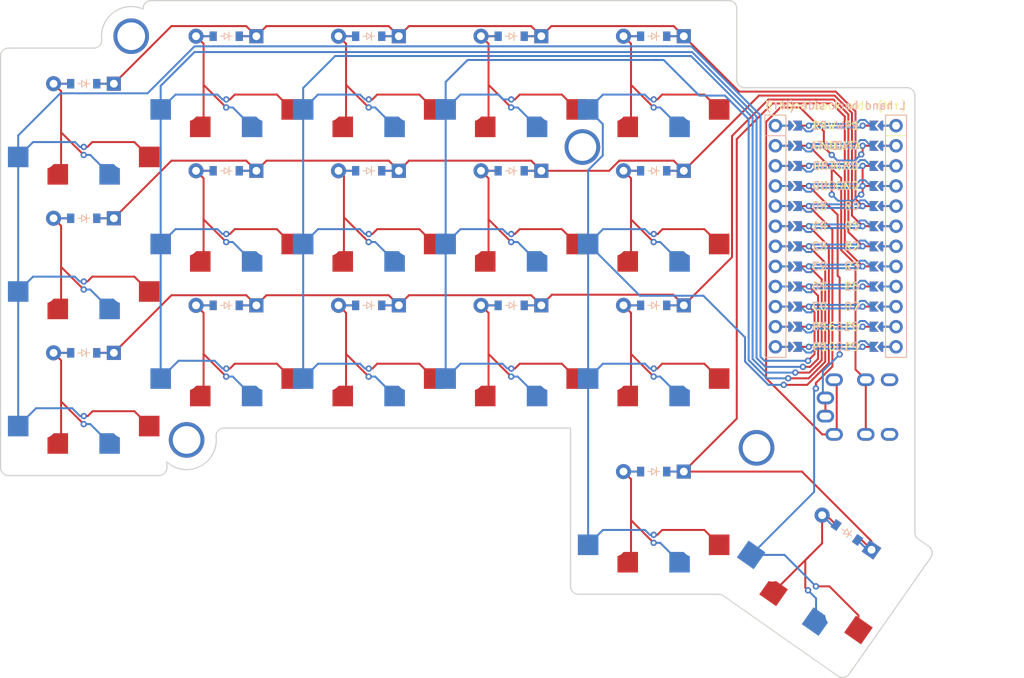
<source format=kicad_pcb>
(kicad_pcb (version 20241229) (generator "pcbnew") (generator_version "9.0")
  (title_block (title "dofeKeyboard_main") (rev "v1.0.0") (company "Unknown"))
  (layers (0 "F.Cu" signal) (2 "B.Cu" signal) (13 "F.Paste" user) (15 "B.Paste" user) (5 "F.SilkS" user) (7 "B.SilkS" user) (1 "F.Mask" user) (3 "B.Mask" user) (25 "Edge.Cuts" user))
  (net 0 "")
  (net 1 "pinky_bottom")
  (net 2 "C0")
  (net 3 "pinky_home")
  (net 4 "pinky_top")
  (net 5 "ring_bottom")
  (net 6 "C1")
  (net 7 "ring_home")
  (net 8 "ring_top")
  (net 9 "middle_bottom")
  (net 10 "C2")
  (net 11 "middle_home")
  (net 12 "middle_top")
  (net 13 "index_bottom")
  (net 14 "C3")
  (net 15 "index_home")
  (net 16 "index_top")
  (net 17 "inner_bottom")
  (net 18 "C4")
  (net 19 "inner_home")
  (net 20 "inner_top")
  (net 21 "left_cluster")
  (net 22 "right_cluster")
  (net 23 "C5")
  (net 24 "R2")
  (net 25 "R1")
  (net 26 "R0")
  (net 27 "R3")
  (net 28 "VCC")
  (net 29 "DATA")
  (net 30 "GND")
  (net 31 "RAW")
  (net 32 "RST")
  (net 33 "P16")
  (net 34 "P10")
  (net 35 "P1")
  (net 36 "P6")
  (net 37 "P7")
  (net 38 "P8")
  (net 39 "P9")
  (net 40 "MCU1_24")
  (net 41 "MCU1_1")
  (net 42 "MCU1_23")
  (net 43 "MCU1_2")
  (net 44 "MCU1_22")
  (net 45 "MCU1_3")
  (net 46 "MCU1_21")
  (net 47 "MCU1_4")
  (net 48 "MCU1_20")
  (net 49 "MCU1_5")
  (net 50 "MCU1_19")
  (net 51 "MCU1_6")
  (net 52 "MCU1_18")
  (net 53 "MCU1_7")
  (net 54 "MCU1_17")
  (net 55 "MCU1_8")
  (net 56 "MCU1_16")
  (net 57 "MCU1_9")
  (net 58 "MCU1_15")
  (net 59 "MCU1_10")
  (net 60 "MCU1_14")
  (net 61 "MCU1_11")
  (net 62 "MCU1_13")
  (net 63 "MCU1_12")
  (footprint "PG1350" (layer "F.Cu") (at 180.7375 118.126 180)
    (property "Reference" "S9" (hide yes))
    (property "Value" "" (hide yes))
  )
  (footprint "ceoloide:mounting_hole_plated" (layer "F.Cu") (at 229.7375 164.626)
    (property "Reference" "H3" (hide yes))
    (property "Value" "")
  )
  (footprint "ComboDiode" (layer "F.Cu") (at 162.7375 146.626 180)
    (property "Reference" "D4" (hide yes))
    (property "Value" "" (hide yes))
  )
  (footprint "ComboDiode" (layer "F.Cu") (at 216.7375 129.626 180)
    (property "Reference" "D14" (hide yes))
    (property "Value" "" (hide yes))
  )
  (footprint "PG1350" (layer "F.Cu") (at 216.7375 173.126 180)
    (property "Reference" "S16" (hide yes))
    (property "Value" "" (hide yes))
  )
  (footprint "PG1350" (layer "F.Cu") (at 237.985268 179.825396 145)
    (property "Reference" "S17" (hide yes))
    (property "Value" "" (hide yes))
  )
  (footprint "PG1350" (layer "F.Cu") (at 180.7375 135.126 180)
    (property "Reference" "S8" (hide yes))
    (property "Value" "" (hide yes))
  )
  (footprint "PG1350" (layer "F.Cu") (at 162.7375 135.126 180)
    (property "Reference" "S5" (hide yes))
    (property "Value" "" (hide yes))
  )
  (footprint "ComboDiode" (layer "F.Cu") (at 144.7375 152.626 180)
    (property "Reference" "D1" (hide yes))
    (property "Value" "" (hide yes))
  )
  (footprint "PG1350" (layer "F.Cu") (at 216.7375 118.126 180)
    (property "Reference" "S15" (hide yes))
    (property "Value" "" (hide yes))
  )
  (footprint "PG1350" (layer "F.Cu") (at 144.7375 141.126 180)
    (property "Reference" "S2" (hide yes))
    (property "Value" "" (hide yes))
  )
  (footprint "ceoloide:mcu_supermini_nrf52840" (layer "F.Cu") (at 239.7375 136.626)
    (property "Reference" "MCU1" (hide yes))
    (property "Value" "")
  )
  (footprint "PG1350" (layer "F.Cu") (at 180.7375 152.126 180)
    (property "Reference" "S7" (hide yes))
    (property "Value" "" (hide yes))
  )
  (footprint "ComboDiode" (layer "F.Cu") (at 180.7375 146.626 180)
    (property "Reference" "D7" (hide yes))
    (property "Value" "" (hide yes))
  )
  (footprint "ComboDiode" (layer "F.Cu") (at 198.7375 112.626 180)
    (property "Reference" "D12" (hide yes))
    (property "Value" "" (hide yes))
  )
  (footprint "TRRS-PJ-320A-dual" (layer "F.Cu") (at 249.7375 160.626 -90)
    (property "Reference" "TRRS1")
    (property "Value" "TRRS-PJ-320A-dual")
  )
  (footprint "ComboDiode" (layer "F.Cu") (at 216.7375 167.626 180)
    (property "Reference" "D16" (hide yes))
    (property "Value" "" (hide yes))
  )
  (footprint "ComboDiode" (layer "F.Cu") (at 198.7375 146.626 180)
    (property "Reference" "D10" (hide yes))
    (property "Value" "" (hide yes))
  )
  (footprint "ComboDiode" (layer "F.Cu") (at 144.7375 118.626 180)
    (property "Reference" "D3" (hide yes))
    (property "Value" "" (hide yes))
  )
  (footprint "PG1350" (layer "F.Cu") (at 144.7375 124.126 180)
    (property "Reference" "S3" (hide yes))
    (property "Value" "" (hide yes))
  )
  (footprint "PG1350" (layer "F.Cu") (at 144.7375 158.126 180)
    (property "Reference" "S1" (hide yes))
    (property "Value" "" (hide yes))
  )
  (footprint "ComboDiode" (layer "F.Cu") (at 216.7375 146.626 180)
    (property "Reference" "D13" (hide yes))
    (property "Value" "" (hide yes))
  )
  (footprint "ComboDiode" (layer "F.Cu") (at 180.7375 112.626 180)
    (property "Reference" "D9" (hide yes))
    (property "Value" "" (hide yes))
  )
  (footprint "ComboDiode" (layer "F.Cu") (at 162.7375 129.626 180)
    (property "Reference" "D5" (hide yes))
    (property "Value" "" (hide yes))
  )
  (footprint "ComboDiode" (layer "F.Cu") (at 144.7375 135.626 180)
    (property "Reference" "D2" (hide yes))
    (property "Value" "" (hide yes))
  )
  (footprint "ComboDiode" (layer "F.Cu") (at 162.7375 112.626 180)
    (property "Reference" "D6" (hide yes))
    (property "Value" "" (hide yes))
  )
  (footprint "PG1350" (layer "F.Cu") (at 216.7375 135.126 180)
    (property "Reference" "S14" (hide yes))
    (property "Value" "" (hide yes))
  )
  (footprint "ComboDiode" (layer "F.Cu") (at 241.139939 175.320059 145)
    (property "Reference" "D17" (hide yes))
    (property "Value" "" (hide yes))
  )
  (footprint "ComboDiode" (layer "F.Cu") (at 198.7375 129.626 180)
    (property "Reference" "D11" (hide yes))
    (property "Value" "" (hide yes))
  )
  (footprint "PG1350" (layer "F.Cu") (at 198.7375 135.126 180)
    (property "Reference" "S11" (hide yes))
    (property "Value" "" (hide yes))
  )
  (footprint "ComboDiode" (layer "F.Cu") (at 216.7375 112.626 180)
    (property "Reference" "D15" (hide yes))
    (property "Value" "" (hide yes))
  )
  (footprint "ceoloide:mounting_hole_plated" (layer "F.Cu") (at 150.7375 112.626)
    (property "Reference" "H1" (hide yes))
    (property "Value" "")
  )
  (footprint "PG1350" (layer "F.Cu") (at 198.7375 118.126 180)
    (property "Reference" "S12" (hide yes))
    (property "Value" "" (hide yes))
  )
  (footprint "PG1350" (layer "F.Cu") (at 198.7375 152.126 180)
    (property "Reference" "S10" (hide yes))
    (property "Value" "" (hide yes))
  )
  (footprint "PG1350" (layer "F.Cu") (at 216.7375 152.126 180)
    (property "Reference" "S13" (hide yes))
    (property "Value" "" (hide yes))
  )
  (footprint "ceoloide:mounting_hole_plated" (layer "F.Cu") (at 157.7375 163.626)
    (property "Reference" "H2" (hide yes))
    (property "Value" "")
  )
  (footprint "PG1350" (layer "F.Cu") (at 162.7375 118.126 180)
    (property "Reference" "S6" (hide yes))
    (property "Value" "" (hide yes))
  )
  (footprint "ComboDiode" (layer "F.Cu") (at 180.7375 129.626 180)
    (property "Reference" "D8" (hide yes))
    (property "Value" "" (hide yes))
  )
  (footprint "PG1350" (layer "F.Cu") (at 162.7375 152.126 180)
    (property "Reference" "S4" (hide yes))
    (property "Value" "" (hide yes))
  )
  (footprint "ceoloide:mounting_hole_plated" (layer "F.Cu") (at 207.7375 126.626)
    (property "Reference" "H4" (hide yes))
    (property "Value" "")
  )
  (gr_arc (start 161.466667 163.231263) (mid 159.446726 166.963821) (end 155.2375 166.421085) (stroke (width 0.15)) (layer "Edge.Cuts"))
  (gr_arc (start 134.2375 115.126) (mid 134.530393 114.418893) (end 135.2375 114.126) (stroke (width 0.15)) (layer "Edge.Cuts"))
  (gr_arc (start 207.2375 183.126) (mid 206.530393 182.833107) (end 206.2375 182.126) (stroke (width 0.15)) (layer "Edge.Cuts"))
  (gr_arc (start 224.949253 183.126) (mid 225.249959 183.172283) (end 225.522829 183.306848) (stroke (width 0.15)) (layer "Edge.Cuts"))
  (gr_line (start 146.013889 114.126) (end 135.2375 114.126) (stroke (width 0.15)) (layer "Edge.Cuts"))
  (gr_line (start 251.502977 177.082851) (end 250.163924 176.145236) (stroke (width 0.15)) (layer "Edge.Cuts"))
  (gr_line (start 227.2375 118.126) (end 227.2375 109.126) (stroke (width 0.15)) (layer "Edge.Cuts"))
  (gr_arc (start 155.2375 167.126) (mid 154.944607 167.833107) (end 154.2375 168.126) (stroke (width 0.15)) (layer "Edge.Cuts"))
  (gr_line (start 152.2375 109.126) (end 152.2375 109.189068) (stroke (width 0.15)) (layer "Edge.Cuts"))
  (gr_arc (start 135.2375 168.126) (mid 134.530393 167.833107) (end 134.2375 167.126) (stroke (width 0.15)) (layer "Edge.Cuts"))
  (gr_line (start 134.2375 167.126) (end 134.2375 115.126) (stroke (width 0.15)) (layer "Edge.Cuts"))
  (gr_arc (start 147.008333 113.020737) (mid 148.521035 109.601139) (end 152.2375 109.189068) (stroke (width 0.15)) (layer "Edge.Cuts"))
  (gr_line (start 153.2375 108.126) (end 226.2375 108.126) (stroke (width 0.15)) (layer "Edge.Cuts"))
  (gr_arc (start 161.466667 163.231263) (mid 161.717719 162.457144) (end 162.461111 162.126) (stroke (width 0.15)) (layer "Edge.Cuts"))
  (gr_line (start 162.461111 162.126) (end 206.2375 162.126) (stroke (width 0.15)) (layer "Edge.Cuts"))
  (gr_line (start 135.2375 168.126) (end 154.2375 168.126) (stroke (width 0.15)) (layer "Edge.Cuts"))
  (gr_arc (start 226.2375 108.126) (mid 226.944607 108.418893) (end 227.2375 109.126) (stroke (width 0.15)) (layer "Edge.Cuts"))
  (gr_arc (start 251.502977 177.082851) (mid 251.914208 177.728355) (end 251.748552 178.47558) (stroke (width 0.15)) (layer "Edge.Cuts"))
  (gr_line (start 228.2375 119.126) (end 248.7375 119.126) (stroke (width 0.15)) (layer "Edge.Cuts"))
  (gr_line (start 249.7375 175.326084) (end 249.7375 120.126) (stroke (width 0.15)) (layer "Edge.Cuts"))
  (gr_arc (start 241.424177 193.220317) (mid 240.778673 193.631548) (end 240.031448 193.465892) (stroke (width 0.15)) (layer "Edge.Cuts"))
  (gr_line (start 207.2375 183.126) (end 224.949253 183.126) (stroke (width 0.15)) (layer "Edge.Cuts"))
  (gr_arc (start 228.2375 119.126) (mid 227.530393 118.833107) (end 227.2375 118.126) (stroke (width 0.15)) (layer "Edge.Cuts"))
  (gr_line (start 241.424177 193.220317) (end 251.748552 178.47558) (stroke (width 0.15)) (layer "Edge.Cuts"))
  (gr_line (start 206.2375 182.126) (end 206.2375 162.126) (stroke (width 0.15)) (layer "Edge.Cuts"))
  (gr_line (start 225.522829 183.306848) (end 240.031448 193.465892) (stroke (width 0.15)) (layer "Edge.Cuts"))
  (gr_arc (start 250.163924 176.145236) (mid 249.850489 175.787833) (end 249.7375 175.326084) (stroke (width 0.15)) (layer "Edge.Cuts"))
  (gr_arc (start 152.2375 109.126) (mid 152.530393 108.418893) (end 153.2375 108.126) (stroke (width 0.15)) (layer "Edge.Cuts"))
  (gr_arc (start 147.008333 113.020737) (mid 146.757281 113.794856) (end 146.013889 114.126) (stroke (width 0.15)) (layer "Edge.Cuts"))
  (gr_arc (start 248.7375 119.126) (mid 249.444607 119.418893) (end 249.7375 120.126) (stroke (width 0.15)) (layer "Edge.Cuts"))
  (gr_line (start 155.2375 167.126) (end 155.2375 166.421085) (stroke (width 0.15)) (layer "Edge.Cuts"))
  (segment (start 140.9275 152.626) (end 143.0875 152.626) (width 0.25) (layer "F.Cu") (net 1))
  (segment (start 141.88 158.7685) (end 141.88 163.6585) (width 0.25) (layer "F.Cu") (net 1))
  (segment (start 144.7375 161.626) (end 141.88 158.7685) (width 0.25) (layer "F.Cu") (net 1))
  (segment (start 140.9275 152.626) (end 141.88 153.5785) (width 0.25) (layer "F.Cu") (net 1))
  (segment (start 141.88 153.5785) (end 141.88 158.7685) (width 0.25) (layer "F.Cu") (net 1))
  (segment (start 141.88 163.6585) (end 141.4625 164.076) (width 0.25) (layer "F.Cu") (net 1))
  (via (at 144.7375 161.626) (size 0.8) (drill 0.4) (layers "F.Cu" "B.Cu") (net 1))
  (segment (start 148.0125 164.076) (end 145.5625 161.626) (width 0.25) (layer "B.Cu") (net 1))
  (segment (start 145.5625 161.626) (end 144.7375 161.626) (width 0.25) (layer "B.Cu") (net 1))
  (segment (start 143.0875 152.626) (end 140.9275 152.626) (width 0.25) (layer "B.Cu") (net 1))
  (segment (start 237.0635 152.8) (end 237.0635 147.512) (width 0.25) (layer "F.Cu") (net 2))
  (segment (start 145.8635 160) (end 145.250153 160.613347) (width 0.25) (layer "F.Cu") (net 2))
  (segment (start 145.206566 143.613347) (end 144.750153 143.613347) (width 0.25) (layer "F.Cu") (net 2))
  (segment (start 151.1365 143) (end 145.819913 143) (width 0.25) (layer "F.Cu") (net 2))
  (segment (start 153.0125 127.876) (end 151.1365 126) (width 0.25) (layer "F.Cu") (net 2))
  (segment (start 237.0635 147.512) (end 236.3375 146.786) (width 0.25) (layer "F.Cu") (net 2))
  (segment (start 153.0125 144.876) (end 151.1365 143) (width 0.25) (layer "F.Cu") (net 2))
  (segment (start 145.250153 160.613347) (end 144.750153 160.613347) (width 0.25) (layer "F.Cu") (net 2))
  (segment (start 145.819913 143) (end 145.206566 143.613347) (width 0.25) (layer "F.Cu") (net 2))
  (segment (start 153.0125 161.876) (end 151.1365 160) (width 0.25) (layer "F.Cu") (net 2))
  (segment (start 145.819913 126) (end 145.206566 126.613347) (width 0.25) (layer "F.Cu") (net 2))
  (segment (start 234.9625 146.786) (end 236.3375 146.786) (width 0.25) (layer "F.Cu") (net 2))
  (segment (start 151.1365 160) (end 145.8635 160) (width 0.25) (layer "F.Cu") (net 2))
  (segment (start 145.206566 126.613347) (end 144.750153 126.613347) (width 0.25) (layer "F.Cu") (net 2))
  (segment (start 151.1365 126) (end 145.819913 126) (width 0.25) (layer "F.Cu") (net 2))
  (segment (start 236.2375 153.626) (end 237.0635 152.8) (width 0.25) (layer "F.Cu") (net 2))
  (via (at 236.2375 153.626) (size 0.8) (drill 0.4) (layers "F.Cu" "B.Cu") (net 2))
  (via (at 144.750153 143.613347) (size 0.8) (drill 0.4) (layers "F.Cu" "B.Cu") (net 2))
  (via (at 144.750153 160.613347) (size 0.8) (drill 0.4) (layers "F.Cu" "B.Cu") (net 2))
  (via (at 144.750153 126.613347) (size 0.8) (drill 0.4) (layers "F.Cu" "B.Cu") (net 2))
  (segment (start 230.2375 123.626) (end 230.2375 153.126) (width 0.25) (layer "B.Cu") (net 2))
  (segment (start 144.750153 126.613347) (end 144.250153 126.613347) (width 0.25) (layer "B.Cu") (net 2))
  (segment (start 136.4625 127.876) (end 136.4625 144.876) (width 0.25) (layer "B.Cu") (net 2))
  (segment (start 144.750153 160.613347) (end 144.268434 160.613347) (width 0.25) (layer "B.Cu") (net 2))
  (segment (start 224.2375 116.626) (end 230.2375 122.626) (width 0.25) (layer "B.Cu") (net 2))
  (segment (start 136.4625 144.876) (end 136.4625 161.876) (width 0.25) (layer "B.Cu") (net 2))
  (segment (start 244.162805 146.786) (end 243.437805 146.061) (width 0.25) (layer "B.Cu") (net 2))
  (segment (start 230.2375 153.126) (end 230.7375 153.626) (width 0.25) (layer "B.Cu") (net 2))
  (segment (start 221.516 113.9045) (end 224.2375 116.626) (width 0.25) (layer "B.Cu") (net 2))
  (segment (start 242.837195 146.061) (end 242.332195 146.566) (width 0.25) (layer "B.Cu") (net 2))
  (segment (start 230.7375 153.626) (end 236.2375 153.626) (width 0.25) (layer "B.Cu") (net 2))
  (segment (start 152.801 119.841) (end 158.7375 113.9045) (width 0.25) (layer "B.Cu") (net 2))
  (segment (start 136.4625 125.165901) (end 141.787401 119.841) (width 0.25) (layer "B.Cu") (net 2))
  (segment (start 144.250153 126.613347) (end 143.636806 126) (width 0.25) (layer "B.Cu") (net 2))
  (segment (start 143.281087 159.626) (end 138.7125 159.626) (width 0.25) (layer "B.Cu") (net 2))
  (segment (start 242.332195 146.566) (end 236.5575 146.566) (width 0.25) (layer "B.Cu") (net 2))
  (segment (start 138.3385 126) (end 136.4625 127.876) (width 0.25) (layer "B.Cu") (net 2))
  (segment (start 144.750153 143.613347) (end 144.224847 143.613347) (width 0.25) (layer "B.Cu") (net 2))
  (segment (start 138.7125 159.626) (end 136.4625 161.876) (width 0.25) (layer "B.Cu") (net 2))
  (segment (start 244.5125 146.786) (end 244.162805 146.786) (width 0.25) (layer "B.Cu") (net 2))
  (segment (start 143.636806 126) (end 138.3385 126) (width 0.25) (layer "B.Cu") (net 2))
  (segment (start 243.437805 146.061) (end 242.837195 146.061) (width 0.25) (layer "B.Cu") (net 2))
  (segment (start 158.7375 113.9045) (end 221.516 113.9045) (width 0.25) (layer "B.Cu") (net 2))
  (segment (start 230.2375 122.626) (end 230.2375 123.626) (width 0.25) (layer "B.Cu") (net 2))
  (segment (start 138.3385 143) (end 136.4625 144.876) (width 0.25) (layer "B.Cu") (net 2))
  (segment (start 141.787401 119.841) (end 152.801 119.841) (width 0.25) (layer "B.Cu") (net 2))
  (segment (start 136.4625 127.876) (end 136.4625 125.165901) (width 0.25) (layer "B.Cu") (net 2))
  (segment (start 144.268434 160.613347) (end 143.281087 159.626) (width 0.25) (layer "B.Cu") (net 2))
  (segment (start 143.6115 143) (end 138.3385 143) (width 0.25) (layer "B.Cu") (net 2))
  (segment (start 144.224847 143.613347) (end 143.6115 143) (width 0.25) (layer "B.Cu") (net 2))
  (segment (start 140.9275 135.626) (end 143.0875 135.626) (width 0.25) (layer "F.Cu") (net 3))
  (segment (start 141.88 136.5785) (end 141.88 141.7685) (width 0.25) (layer "F.Cu") (net 3))
  (segment (start 141.88 146.6585) (end 141.4625 147.076) (width 0.25) (layer "F.Cu") (net 3))
  (segment (start 141.88 141.7685) (end 141.88 146.6585) (width 0.25) (layer "F.Cu") (net 3))
  (segment (start 140.9275 135.626) (end 141.88 136.5785) (width 0.25) (layer "F.Cu") (net 3))
  (segment (start 144.7375 144.626) (end 141.88 141.7685) (width 0.25) (layer "F.Cu") (net 3))
  (via (at 144.7375 144.626) (size 0.8) (drill 0.4) (layers "F.Cu" "B.Cu") (net 3))
  (segment (start 140.9275 135.626) (end 143.0875 135.626) (width 0.25) (layer "B.Cu") (net 3))
  (segment (start 145.5625 144.626) (end 144.7375 144.626) (width 0.25) (layer "B.Cu") (net 3))
  (segment (start 148.0125 147.076) (end 145.5625 144.626) (width 0.25) (layer "B.Cu") (net 3))
  (segment (start 141.88 129.6585) (end 141.4625 130.076) (width 0.25) (layer "F.Cu") (net 4))
  (segment (start 140.9275 118.626) (end 143.0875 118.626) (width 0.25) (layer "F.Cu") (net 4))
  (segment (start 140.9275 118.626) (end 141.88 119.5785) (width 0.25) (layer "F.Cu") (net 4))
  (segment (start 144.7375 127.626) (end 141.88 124.7685) (width 0.25) (layer "F.Cu") (net 4))
  (segment (start 141.88 124.7685) (end 141.88 129.6585) (width 0.25) (layer "F.Cu") (net 4))
  (segment (start 141.88 119.5785) (end 141.88 124.7685) (width 0.25) (layer "F.Cu") (net 4))
  (via (at 144.7375 127.626) (size 0.8) (drill 0.4) (layers "F.Cu" "B.Cu") (net 4))
  (segment (start 145.5625 127.626) (end 144.7375 127.626) (width 0.25) (layer "B.Cu") (net 4))
  (segment (start 140.9275 118.626) (end 143.0875 118.626) (width 0.25) (layer "B.Cu") (net 4))
  (segment (start 148.0125 130.076) (end 145.5625 127.626) (width 0.25) (layer "B.Cu") (net 4))
  (segment (start 159.88 147.5785) (end 159.88 152.7685) (width 0.25) (layer "F.Cu") (net 5))
  (segment (start 159.88 157.6585) (end 159.4625 158.076) (width 0.25) (layer "F.Cu") (net 5))
  (segment (start 162.7375 155.626) (end 159.88 152.7685) (width 0.25) (layer "F.Cu") (net 5))
  (segment (start 158.9275 146.626) (end 161.0875 146.626) (width 0.25) (layer "F.Cu") (net 5))
  (segment (start 159.88 152.7685) (end 159.88 157.6585) (width 0.25) (layer "F.Cu") (net 5))
  (segment (start 158.9275 146.626) (end 159.88 147.5785) (width 0.25) (layer "F.Cu") (net 5))
  (via (at 162.7375 155.626) (size 0.8) (drill 0.4) (layers "F.Cu" "B.Cu") (net 5))
  (segment (start 166.0125 158.076) (end 163.5625 155.626) (width 0.25) (layer "B.Cu") (net 5))
  (segment (start 161.0875 146.626) (end 158.9275 146.626) (width 0.25) (layer "B.Cu") (net 5))
  (segment (start 163.5625 155.626) (end 162.7375 155.626) (width 0.25) (layer "B.Cu") (net 5))
  (segment (start 169.1365 154) (end 163.819913 154) (width 0.25) (layer "F.Cu") (net 6))
  (segment (start 236.494368 154.395852) (end 237.5145 153.37572) (width 0.25) (layer "F.Cu") (net 6))
  (segment (start 169.1365 137) (end 163.819913 137) (width 0.25) (layer "F.Cu") (net 6))
  (segment (start 171.0125 121.876) (end 169.1365 120) (width 0.25) (layer "F.Cu") (net 6))
  (segment (start 237.5145 145.423) (end 236.3375 144.246) (width 0.25) (layer "F.Cu") (net 6))
  (segment (start 163.206566 154.613347) (end 162.750153 154.613347) (width 0.25) (layer "F.Cu") (net 6))
  (segment (start 235.599273 154.395852) (end 236.494368 154.395852) (width 0.25) (layer "F.Cu") (net 6))
  (segment (start 163.206566 137.613347) (end 162.750153 137.613347) (width 0.25) (layer "F.Cu") (net 6))
  (segment (start 163.206566 120.613347) (end 162.750153 120.613347) (width 0.25) (layer "F.Cu") (net 6))
  (segment (start 169.1365 120) (end 163.819913 120) (width 0.25) (layer "F.Cu") (net 6))
  (segment (start 171.0125 138.876) (end 169.1365 137) (width 0.25) (layer "F.Cu") (net 6))
  (segment (start 163.819913 137) (end 163.206566 137.613347) (width 0.25) (layer "F.Cu") (net 6))
  (segment (start 163.819913 120) (end 163.206566 120.613347) (width 0.25) (layer "F.Cu") (net 6))
  (segment (start 234.9625 144.246) (end 236.3375 144.246) (width 0.25) (layer "F.Cu") (net 6))
  (segment (start 163.819913 154) (end 163.206566 154.613347) (width 0.25) (layer "F.Cu") (net 6))
  (segment (start 171.0125 155.876) (end 169.1365 154) (width 0.25) (layer "F.Cu") (net 6))
  (segment (start 237.5145 153.37572) (end 237.5145 145.423) (width 0.25) (layer "F.Cu") (net 6))
  (via (at 235.599273 154.395852) (size 0.8) (drill 0.4) (layers "F.Cu" "B.Cu") (net 6))
  (via (at 162.750153 154.613347) (size 0.8) (drill 0.4) (layers "F.Cu" "B.Cu") (net 6))
  (via (at 162.750153 137.613347) (size 0.8) (drill 0.4) (layers "F.Cu" "B.Cu") (net 6))
  (via (at 162.750153 120.613347) (size 0.8) (drill 0.4) (layers "F.Cu" "B.Cu") (net 6))
  (segment (start 229.7375 153.126) (end 229.7375 153.26381) (width 0.25) (layer "B.Cu") (net 6))
  (segment (start 242.837195 143.521) (end 242.332195 144.026) (width 0.25) (layer "B.Cu") (net 6))
  (segment (start 162.750153 137.613347) (end 162.250153 137.613347) (width 0.25) (layer "B.Cu") (net 6))
  (segment (start 156.3385 137) (end 154.4625 138.876) (width 0.25) (layer "B.Cu") (net 6))
  (segment (start 156.7125 153.626) (end 154.4625 155.876) (width 0.25) (layer "B.Cu") (net 6))
  (segment (start 242.332195 144.026) (end 236.5575 144.026) (width 0.25) (layer "B.Cu") (net 6))
  (segment (start 162.750153 154.613347) (end 162.268434 154.613347) (width 0.25) (layer "B.Cu") (net 6))
  (segment (start 161.636806 137) (end 156.3385 137) (width 0.25) (layer "B.Cu") (net 6))
  (segment (start 243.437805 143.521) (end 242.837195 143.521) (width 0.25) (layer "B.Cu") (net 6))
  (segment (start 230.869542 154.395852) (end 235.599273 154.395852) (width 0.25) (layer "B.Cu") (net 6))
  (segment (start 221.59969 114.626) (end 222.168595 115.194905) (width 0.25) (layer "B.Cu") (net 6))
  (segment (start 158.7375 114.626) (end 221.59969 114.626) (width 0.25) (layer "B.Cu") (net 6))
  (segment (start 162.250153 137.613347) (end 161.636806 137) (width 0.25) (layer "B.Cu") (net 6))
  (segment (start 244.5125 144.246) (end 244.162805 144.246) (width 0.25) (layer "B.Cu") (net 6))
  (segment (start 154.4625 138.876) (end 154.4625 155.876) (width 0.25) (layer "B.Cu") (net 6))
  (segment (start 229.7375 153.26381) (end 230.869542 154.395852) (width 0.25) (layer "B.Cu") (net 6))
  (segment (start 162.268434 154.613347) (end 161.281087 153.626) (width 0.25) (layer "B.Cu") (net 6))
  (segment (start 244.162805 144.246) (end 243.437805 143.521) (width 0.25) (layer "B.Cu") (net 6))
  (segment (start 154.4625 121.876) (end 154.4625 138.876) (width 0.25) (layer "B.Cu") (net 6))
  (segment (start 162.750153 120.613347) (end 162.250153 120.613347) (width 0.25) (layer "B.Cu") (net 6))
  (segment (start 156.3385 120) (end 154.4625 121.876) (width 0.25) (layer "B.Cu") (net 6))
  (segment (start 162.250153 120.613347) (end 161.636806 120) (width 0.25) (layer "B.Cu") (net 6))
  (segment (start 154.4625 118.901) (end 158.7375 114.626) (width 0.25) (layer "B.Cu") (net 6))
  (segment (start 161.636806 120) (end 156.3385 120) (width 0.25) (layer "B.Cu") (net 6))
  (segment (start 161.281087 153.626) (end 156.7125 153.626) (width 0.25) (layer "B.Cu") (net 6))
  (segment (start 229.7375 122.76381) (end 229.7375 153.126) (width 0.25) (layer "B.Cu") (net 6))
  (segment (start 154.4625 121.876) (end 154.4625 118.901) (width 0.25) (layer "B.Cu") (net 6))
  (segment (start 222.168595 115.194905) (end 229.7375 122.76381) (width 0.25) (layer "B.Cu") (net 6))
  (segment (start 158.9275 129.626) (end 161.0875 129.626) (width 0.25) (layer "F.Cu") (net 7))
  (segment (start 159.88 130.5785) (end 158.9275 129.626) (width 0.25) (layer "F.Cu") (net 7))
  (segment (start 159.88 135.7685) (end 159.88 130.5785) (width 0.25) (layer "F.Cu") (net 7))
  (segment (start 159.4625 141.076) (end 159.88 140.6585) (width 0.25) (layer "F.Cu") (net 7))
  (segment (start 159.88 140.6585) (end 159.88 135.7685) (width 0.25) (layer "F.Cu") (net 7))
  (segment (start 162.7375 138.626) (end 159.88 135.7685) (width 0.25) (layer "F.Cu") (net 7))
  (via (at 162.7375 138.626) (size 0.8) (drill 0.4) (layers "F.Cu" "B.Cu") (net 7))
  (segment (start 163.5625 138.626) (end 162.7375 138.626) (width 0.25) (layer "B.Cu") (net 7))
  (segment (start 158.9275 129.626) (end 161.0875 129.626) (width 0.25) (layer "B.Cu") (net 7))
  (segment (start 166.0125 141.076) (end 163.5625 138.626) (width 0.25) (layer "B.Cu") (net 7))
  (segment (start 159.88 123.6585) (end 159.4625 124.076) (width 0.25) (layer "F.Cu") (net 8))
  (segment (start 158.9275 112.626) (end 161.0875 112.626) (width 0.25) (layer "F.Cu") (net 8))
  (segment (start 158.9275 112.626) (end 159.88 113.5785) (width 0.25) (layer "F.Cu") (net 8))
  (segment (start 159.88 113.5785) (end 159.88 118.7685) (width 0.25) (layer "F.Cu") (net 8))
  (segment (start 162.7375 121.626) (end 159.88 118.7685) (width 0.25) (layer "F.Cu") (net 8))
  (segment (start 159.88 118.7685) (end 159.88 123.6585) (width 0.25) (layer "F.Cu") (net 8))
  (via (at 162.7375 121.626) (size 0.8) (drill 0.4) (layers "F.Cu" "B.Cu") (net 8))
  (segment (start 166.0125 124.076) (end 163.5625 121.626) (width 0.25) (layer "B.Cu") (net 8))
  (segment (start 158.9275 112.626) (end 161.0875 112.626) (width 0.25) (layer "B.Cu") (net 8))
  (segment (start 163.5625 121.626) (end 162.7375 121.626) (width 0.25) (layer "B.Cu") (net 8))
  (segment (start 176.9275 146.626) (end 179.0875 146.626) (width 0.25) (layer "F.Cu") (net 9))
  (segment (start 177.88 152.7685) (end 177.88 157.6585) (width 0.25) (layer "F.Cu") (net 9))
  (segment (start 177.88 157.6585) (end 177.4625 158.076) (width 0.25) (layer "F.Cu") (net 9))
  (segment (start 176.9275 146.626) (end 177.88 147.5785) (width 0.25) (layer "F.Cu") (net 9))
  (segment (start 180.7375 155.626) (end 177.88 152.7685) (width 0.25) (layer "F.Cu") (net 9))
  (segment (start 177.88 147.5785) (end 177.88 152.7685) (width 0.25) (layer "F.Cu") (net 9))
  (via (at 180.7375 155.626) (size 0.8) (drill 0.4) (layers "F.Cu" "B.Cu") (net 9))
  (segment (start 181.5625 155.626) (end 180.7375 155.626) (width 0.25) (layer "B.Cu") (net 9))
  (segment (start 176.9275 146.626) (end 179.0875 146.626) (width 0.25) (layer "B.Cu") (net 9))
  (segment (start 184.0125 158.076) (end 181.5625 155.626) (width 0.25) (layer "B.Cu") (net 9))
  (segment (start 237.9655 153.56253) (end 237.9655 143.334) (width 0.25) (layer "F.Cu") (net 10))
  (segment (start 237.9655 143.334) (end 236.3375 141.706) (width 0.25) (layer "F.Cu") (net 10))
  (segment (start 189.0125 138.876) (end 187.1365 137) (width 0.25) (layer "F.Cu") (net 10))
  (segment (start 187.1365 154) (end 181.819913 154) (width 0.25) (layer "F.Cu") (net 10))
  (segment (start 181.819913 154) (end 181.206566 154.613347) (width 0.25) (layer "F.Cu") (net 10))
  (segment (start 187.1365 120) (end 181.819913 120) (width 0.25) (layer "F.Cu") (net 10))
  (segment (start 189.0125 121.876) (end 187.1365 120) (width 0.25) (layer "F.Cu") (net 10))
  (segment (start 181.819913 137) (end 181.206566 137.613347) (width 0.25) (layer "F.Cu") (net 10))
  (segment (start 234.9625 141.706) (end 236.3375 141.706) (width 0.25) (layer "F.Cu") (net 10))
  (segment (start 187.1365 137) (end 181.819913 137) (width 0.25) (layer "F.Cu") (net 10))
  (segment (start 181.206566 154.613347) (end 180.750153 154.613347) (width 0.25) (layer "F.Cu") (net 10))
  (segment (start 181.819913 120) (end 181.206566 120.613347) (width 0.25) (layer "F.Cu") (net 10))
  (segment (start 234.633131 155.120852) (end 236.407178 155.120852) (width 0.25) (layer "F.Cu") (net 10))
  (segment (start 181.206566 120.613347) (end 180.750153 120.613347) (width 0.25) (layer "F.Cu") (net 10))
  (segment (start 236.407178 155.120852) (end 237.9655 153.56253) (width 0.25) (layer "F.Cu") (net 10))
  (segment (start 189.0125 155.876) (end 187.1365 154) (width 0.25) (layer "F.Cu") (net 10))
  (segment (start 181.206566 137.613347) (end 180.750153 137.613347) (width 0.25) (layer "F.Cu") (net 10))
  (via (at 180.750153 120.613347) (size 0.8) (drill 0.4) (layers "F.Cu" "B.Cu") (net 10))
  (via (at 180.750153 137.613347) (size 0.8) (drill 0.4) (layers "F.Cu" "B.Cu") (net 10))
  (via (at 234.633131 155.120852) (size 0.8) (drill 0.4) (layers "F.Cu" "B.Cu") (net 10))
  (via (at 180.750153 154.613347) (size 0.8) (drill 0.4) (layers "F.Cu" "B.Cu") (net 10))
  (segment (start 172.4625 138.876) (end 172.4625 121.876) (width 0.25) (layer "B.Cu") (net 10))
  (segment (start 243.437805 140.981) (end 242.837195 140.981) (width 0.25) (layer "B.Cu") (net 10))
  (segment (start 174.3385 137) (end 172.4625 138.876) (width 0.25) (layer "B.Cu") (net 10))
  (segment (start 229.2375 153.126) (end 229.2375 153.40162) (width 0.25) (layer "B.Cu") (net 10))
  (segment (start 172.4625 119.165901) (end 176.502401 115.126) (width 0.25) (layer "B.Cu") (net 10))
  (segment (start 180.250153 154.613347) (end 179.636806 154) (width 0.25) (layer "B.Cu") (net 10))
  (segment (start 180.750153 120.613347) (end 180.250153 120.613347) (width 0.25) (layer "B.Cu") (net 10))
  (segment (start 180.250153 137.613347) (end 179.636806 137) (width 0.25) (layer "B.Cu") (net 10))
  (segment (start 180.750153 137.613347) (end 180.250153 137.613347) (width 0.25) (layer "B.Cu") (net 10))
  (segment (start 230.956732 155.120852) (end 234.633131 155.120852) (width 0.25) (layer "B.Cu") (net 10))
  (segment (start 244.5125 141.706) (end 244.162805 141.706) (width 0.25) (layer "B.Cu") (net 10))
  (segment (start 180.750153 154.613347) (end 180.250153 154.613347) (width 0.25) (layer "B.Cu") (net 10))
  (segment (start 180.250153 120.613347) (end 179.636806 120) (width 0.25) (layer "B.Cu") (net 10))
  (segment (start 179.636806 120) (end 174.3385 120) (width 0.25) (layer "B.Cu") (net 10))
  (segment (start 172.4625 155.876) (end 172.4625 138.876) (width 0.25) (layer "B.Cu") (net 10))
  (segment (start 174.3385 120) (end 172.4625 121.876) (width 0.25) (layer "B.Cu") (net 10))
  (segment (start 229.2375 153.40162) (end 230.956732 155.120852) (width 0.25) (layer "B.Cu") (net 10))
  (segment (start 179.636806 137) (end 174.3385 137) (width 0.25) (layer "B.Cu") (net 10))
  (segment (start 221.46188 115.126) (end 229.2375 122.90162) (width 0.25) (layer "B.Cu") (net 10))
  (segment (start 176.502401 115.126) (end 221.46188 115.126) (width 0.25) (layer "B.Cu") (net 10))
  (segment (start 242.837195 140.981) (end 242.332195 141.486) (width 0.25) (layer "B.Cu") (net 10))
  (segment (start 172.4625 121.876) (end 172.4625 119.165901) (width 0.25) (layer "B.Cu") (net 10))
  (segment (start 174.3385 154) (end 172.4625 155.876) (width 0.25) (layer "B.Cu") (net 10))
  (segment (start 242.332195 141.486) (end 236.5575 141.486) (width 0.25) (layer "B.Cu") (net 10))
  (segment (start 244.162805 141.706) (end 243.437805 140.981) (width 0.25) (layer "B.Cu") (net 10))
  (segment (start 179.636806 154) (end 174.3385 154) (width 0.25) (layer "B.Cu") (net 10))
  (segment (start 229.2375 122.90162) (end 229.2375 153.126) (width 0.25) (layer "B.Cu") (net 10))
  (segment (start 177.6135 135.502) (end 177.6135 130.312) (width 0.25) (layer "F.Cu") (net 11))
  (segment (start 176.9275 129.626) (end 179.0875 129.626) (width 0.25) (layer "F.Cu") (net 11))
  (segment (start 177.4625 141.076) (end 177.6135 140.925) (width 0.25) (layer "F.Cu") (net 11))
  (segment (start 177.6135 140.925) (end 177.6135 135.502) (width 0.25) (layer "F.Cu") (net 11))
  (segment (start 177.6135 130.312) (end 176.9275 129.626) (width 0.25) (layer "F.Cu") (net 11))
  (segment (start 180.7375 138.626) (end 177.6135 135.502) (width 0.25) (layer "F.Cu") (net 11))
  (via (at 180.7375 138.626) (size 0.8) (drill 0.4) (layers "F.Cu" "B.Cu") (net 11))
  (segment (start 181.5625 138.626) (end 180.7375 138.626) (width 0.25) (layer "B.Cu") (net 11))
  (segment (start 184.0125 141.076) (end 181.5625 138.626) (width 0.25) (layer "B.Cu") (net 11))
  (segment (start 176.9275 129.626) (end 179.0875 129.626) (width 0.25) (layer "B.Cu") (net 11))
  (segment (start 180.7375 121.626) (end 177.88 118.7685) (width 0.25) (layer "F.Cu") (net 12))
  (segment (start 176.9275 112.626) (end 179.0875 112.626) (width 0.25) (layer "F.Cu") (net 12))
  (segment (start 176.9275 112.626) (end 177.88 113.5785) (width 0.25) (layer "F.Cu") (net 12))
  (segment (start 177.88 118.7685) (end 177.88 123.6585) (width 0.25) (layer "F.Cu") (net 12))
  (segment (start 177.88 123.6585) (end 177.4625 124.076) (width 0.25) (layer "F.Cu") (net 12))
  (segment (start 177.88 113.5785) (end 177.88 118.7685) (width 0.25) (layer "F.Cu") (net 12))
  (via (at 180.7375 121.626) (size 0.8) (drill 0.4) (layers "F.Cu" "B.Cu") (net 12))
  (segment (start 176.9275 112.626) (end 179.0875 112.626) (width 0.25) (layer "B.Cu") (net 12))
  (segment (start 184.0125 124.076) (end 181.5625 121.626) (width 0.25) (layer "B.Cu") (net 12))
  (segment (start 181.5625 121.626) (end 180.7375 121.626) (width 0.25) (layer "B.Cu") (net 12))
  (segment (start 195.88 147.5785) (end 195.88 152.7685) (width 0.25) (layer "F.Cu") (net 13))
  (segment (start 194.9275 146.626) (end 197.0875 146.626) (width 0.25) (layer "F.Cu") (net 13))
  (segment (start 198.7375 155.626) (end 195.88 152.7685) (width 0.25) (layer "F.Cu") (net 13))
  (segment (start 195.88 157.6585) (end 195.4625 158.076) (width 0.25) (layer "F.Cu") (net 13))
  (segment (start 195.88 152.7685) (end 195.88 157.6585) (width 0.25) (layer "F.Cu") (net 13))
  (segment (start 194.9275 146.626) (end 195.88 147.5785) (width 0.25) (layer "F.Cu") (net 13))
  (via (at 198.7375 155.626) (size 0.8) (drill 0.4) (layers "F.Cu" "B.Cu") (net 13))
  (segment (start 194.9275 146.626) (end 197.0875 146.626) (width 0.25) (layer "B.Cu") (net 13))
  (segment (start 202.0125 158.076) (end 199.5625 155.626) (width 0.25) (layer "B.Cu") (net 13))
  (segment (start 199.5625 155.626) (end 198.7375 155.626) (width 0.25) (layer "B.Cu") (net 13))
  (segment (start 207.0125 121.876) (end 205.1365 120) (width 0.25) (layer "F.Cu") (net 14))
  (segment (start 234.9625 139.166) (end 236.3375 139.166) (width 0.25) (layer "F.Cu") (net 14))
  (segment (start 207.0125 138.876) (end 205.1365 137) (width 0.25) (layer "F.Cu") (net 14))
  (segment (start 199.206566 154.613347) (end 198.750153 154.613347) (width 0.25) (layer "F.Cu") (net 14))
  (segment (start 205.1365 137) (end 199.819913 137) (width 0.25) (layer "F.Cu") (net 14))
  (segment (start 205.1365 154) (end 199.819913 154) (width 0.25) (layer "F.Cu") (net 14))
  (segment (start 236.319988 155.845852) (end 238.4165 153.74934) (width 0.25) (layer "F.Cu") (net 14))
  (segment (start 199.819913 137) (end 199.206566 137.613347) (width 0.25) (layer "F.Cu") (net 14))
  (segment (start 207.0125 155.876) (end 205.1365 154) (width 0.25) (layer "F.Cu") (net 14))
  (segment (start 199.206566 120.613347) (end 198.750153 120.613347) (width 0.25) (layer "F.Cu") (net 14))
  (segment (start 199.819913 120) (end 199.206566 120.613347) (width 0.25) (layer "F.Cu") (net 14))
  (segment (start 233.7375 155.845852) (end 236.319988 155.845852) (width 0.25) (layer "F.Cu") (net 14))
  (segment (start 238.4165 141.245) (end 236.3375 139.166) (width 0.25) (layer "F.Cu") (net 14))
  (segment (start 238.4165 153.74934) (end 238.4165 141.245) (width 0.25) (layer "F.Cu") (net 14))
  (segment (start 199.819913 154) (end 199.206566 154.613347) (width 0.25) (layer "F.Cu") (net 14))
  (segment (start 199.206566 137.613347) (end 198.750153 137.613347) (width 0.25) (layer "F.Cu") (net 14))
  (segment (start 205.1365 120) (end 199.819913 120) (width 0.25) (layer "F.Cu") (net 14))
  (via (at 198.750153 120.613347) (size 0.8) (drill 0.4) (layers "F.Cu" "B.Cu") (net 14))
  (via (at 233.7375 155.845852) (size 0.8) (drill 0.4) (layers "F.Cu" "B.Cu") (net 14))
  (via (at 198.750153 137.613347) (size 0.8) (drill 0.4) (layers "F.Cu" "B.Cu") (net 14))
  (via (at 198.750153 154.613347) (size 0.8) (drill 0.4) (layers "F.Cu" "B.Cu") (net 14))
  (segment (start 198.750153 137.613347) (end 198.268434 137.613347) (width 0.25) (layer "B.Cu") (net 14))
  (segment (start 197.636806 154) (end 192.3385 154) (width 0.25) (layer "B.Cu") (net 14))
  (segment (start 198.268434 137.613347) (end 197.655087 137) (width 0.25) (layer "B.Cu") (net 14))
  (segment (start 225.7375 120.126) (end 228.7375 123.126) (width 0.25) (layer "B.Cu") (net 14))
  (segment (start 231.043922 155.845852) (end 233.7375 155.845852) (width 0.25) (layer "B.Cu") (net 14))
  (segment (start 242.837195 138.441) (end 242.332195 138.946) (width 0.25) (layer "B.Cu") (net 14))
  (segment (start 243.437805 138.441) (end 242.837195 138.441) (width 0.25) (layer "B.Cu") (net 14))
  (segment (start 190.4625 118.401) (end 193.2375 115.626) (width 0.25) (layer "B.Cu") (net 14))
  (segment (start 197.750153 120.613347) (end 197.136806 120) (width 0.25) (layer "B.Cu") (net 14))
  (segment (start 192.3385 120) (end 190.4625 121.876) (width 0.25) (layer "B.Cu") (net 14))
  (segment (start 190.4625 138.876) (end 190.4625 155.876) (width 0.25) (layer "B.Cu") (net 14))
  (segment (start 228.7375 153.53943) (end 231.043922 155.845852) (width 0.25) (layer "B.Cu") (net 14))
  (segment (start 197.136806 120) (end 192.3385 120) (width 0.25) (layer "B.Cu") (net 14))
  (segment (start 193.2375 115.626) (end 194.7375 115.626) (width 0.25) (layer "B.Cu") (net 14))
  (segment (start 198.750153 154.613347) (end 198.250153 154.613347) (width 0.25) (layer "B.Cu") (net 14))
  (segment (start 194.7375 115.626) (end 217.2375 115.626) (width 0.25) (layer "B.Cu") (net 14))
  (segment (start 190.4625 121.876) (end 190.4625 118.401) (width 0.25) (layer "B.Cu") (net 14))
  (segment (start 222.502401 120.126) (end 225.7375 120.126) (width 0.25) (layer "B.Cu") (net 14))
  (segment (start 198.750153 120.613347) (end 197.750153 120.613347) (width 0.25) (layer "B.Cu") (net 14))
  (segment (start 228.7375 123.126) (end 228.7375 153.126) (width 0.25) (layer "B.Cu") (net 14))
  (segment (start 228.7375 153.126) (end 228.7375 153.53943) (width 0.25) (layer "B.Cu") (net 14))
  (segment (start 244.162805 139.166) (end 243.437805 138.441) (width 0.25) (layer "B.Cu") (net 14))
  (segment (start 244.5125 139.166) (end 244.162805 139.166) (width 0.25) (layer "B.Cu") (net 14))
  (segment (start 242.332195 138.946) (end 236.5575 138.946) (width 0.25) (layer "B.Cu") (net 14))
  (segment (start 190.4625 121.876) (end 190.4625 138.876) (width 0.25) (layer "B.Cu") (net 14))
  (segment (start 217.2375 115.626) (end 216.7375 115.626) (width 0.25) (layer "B.Cu") (net 14))
  (segment (start 218.002401 115.626) (end 222.502401 120.126) (width 0.25) (layer "B.Cu") (net 14))
  (segment (start 197.655087 137) (end 192.3385 137) (width 0.25) (layer "B.Cu") (net 14))
  (segment (start 198.250153 154.613347) (end 197.636806 154) (width 0.25) (layer "B.Cu") (net 14))
  (segment (start 192.3385 154) (end 190.4625 155.876) (width 0.25) (layer "B.Cu") (net 14))
  (segment (start 216.7375 115.626) (end 218.002401 115.626) (width 0.25) (layer "B.Cu") (net 14))
  (segment (start 192.3385 137) (end 190.4625 138.876) (width 0.25) (layer "B.Cu") (net 14))
  (segment (start 195.88 140.6585) (end 195.4625 141.076) (width 0.25) (layer "F.Cu") (net 15))
  (segment (start 195.88 135.7685) (end 195.88 140.6585) (width 0.25) (layer "F.Cu") (net 15))
  (segment (start 198.7375 138.626) (end 195.88 135.7685) (width 0.25) (layer "F.Cu") (net 15))
  (segment (start 194.9275 129.626) (end 197.0875 129.626) (width 0.25) (layer "F.Cu") (net 15))
  (segment (start 194.9275 129.626) (end 195.88 130.5785) (width 0.25) (layer "F.Cu") (net 15))
  (segment (start 195.88 130.5785) (end 195.88 135.7685) (width 0.25) (layer "F.Cu") (net 15))
  (via (at 198.7375 138.626) (size 0.8) (drill 0.4) (layers "F.Cu" "B.Cu") (net 15))
  (segment (start 194.9275 129.626) (end 197.0875 129.626) (width 0.25) (layer "B.Cu") (net 15))
  (segment (start 202.0125 141.076) (end 199.5625 138.626) (width 0.25) (layer "B.Cu") (net 15))
  (segment (start 199.5625 138.626) (end 198.7375 138.626) (width 0.25) (layer "B.Cu") (net 15))
  (segment (start 195.88 123.6585) (end 195.4625 124.076) (width 0.25) (layer "F.Cu") (net 16))
  (segment (start 194.9275 112.626) (end 195.88 113.5785) (width 0.25) (layer "F.Cu") (net 16))
  (segment (start 194.9275 112.626) (end 197.0875 112.626) (width 0.25) (layer "F.Cu") (net 16))
  (segment (start 195.88 118.7685) (end 195.88 123.6585) (width 0.25) (layer "F.Cu") (net 16))
  (segment (start 198.7375 121.626) (end 195.88 118.7685) (width 0.25) (layer "F.Cu") (net 16))
  (segment (start 195.88 113.5785) (end 195.88 118.7685) (width 0.25) (layer "F.Cu") (net 16))
  (via (at 198.7375 121.626) (size 0.8) (drill 0.4) (layers "F.Cu" "B.Cu") (net 16))
  (segment (start 202.0125 124.076) (end 199.5625 121.626) (width 0.25) (layer "B.Cu") (net 16))
  (segment (start 194.9275 112.626) (end 197.0875 112.626) (width 0.25) (layer "B.Cu") (net 16))
  (segment (start 199.5625 121.626) (end 198.7375 121.626) (width 0.25) (layer "B.Cu") (net 16))
  (segment (start 213.88 147.5785) (end 213.88 152.7685) (width 0.25) (layer "F.Cu") (net 17))
  (segment (start 212.9275 146.626) (end 215.0875 146.626) (width 0.25) (layer "F.Cu") (net 17))
  (segment (start 216.7375 155.626) (end 213.88 152.7685) (width 0.25) (layer "F.Cu") (net 17))
  (segment (start 212.9275 146.626) (end 213.88 147.5785) (width 0.25) (layer "F.Cu") (net 17))
  (segment (start 213.88 157.6585) (end 213.4625 158.076) (width 0.25) (layer "F.Cu") (net 17))
  (segment (start 213.88 152.7685) (end 213.88 157.6585) (width 0.25) (layer "F.Cu") (net 17))
  (via (at 216.7375 155.626) (size 0.8) (drill 0.4) (layers "F.Cu" "B.Cu") (net 17))
  (segment (start 220.0125 158.076) (end 217.5625 155.626) (width 0.25) (layer "B.Cu") (net 17))
  (segment (start 217.5625 155.626) (end 216.7375 155.626) (width 0.25) (layer "B.Cu") (net 17))
  (segment (start 212.9275 146.626) (end 215.0875 146.626) (width 0.25) (layer "B.Cu") (net 17))
  (segment (start 217.8635 137) (end 217.250153 137.613347) (width 0.25) (layer "F.Cu") (net 18))
  (segment (start 225.0125 176.876) (end 223.1365 175) (width 0.25) (layer "F.Cu") (net 18))
  (segment (start 236.134583 156.669067) (end 238.8675 153.93615) (width 0.25) (layer "F.Cu") (net 18))
  (segment (start 234.9625 136.626) (end 236.3375 136.626) (width 0.25) (layer "F.Cu") (net 18))
  (segment (start 223.1365 120) (end 217.819913 120) (width 0.25) (layer "F.Cu") (net 18))
  (segment (start 217.250153 137.613347) (end 216.750153 137.613347) (width 0.25) (layer "F.Cu") (net 18))
  (segment (start 223.1365 137) (end 217.8635 137) (width 0.25) (layer "F.Cu") (net 18))
  (segment (start 223.1365 175) (end 217.819913 175) (width 0.25) (layer "F.Cu") (net 18))
  (segment (start 217.206566 175.613347) (end 216.750153 175.613347) (width 0.25) (layer "F.Cu") (net 18))
  (segment (start 217.206566 120.613347) (end 216.750153 120.613347) (width 0.25) (layer "F.Cu") (net 18))
  (segment (start 238.8675 153.93615) (end 238.8675 139.156) (width 0.25) (layer "F.Cu") (net 18))
  (segment (start 233.169765 156.669067) (end 236.134583 156.669067) (width 0.25) (layer "F.Cu") (net 18))
  (segment (start 225.0125 121.876) (end 223.1365 120) (width 0.25) (layer "F.Cu") (net 18))
  (segment (start 223.1365 154) (end 217.819913 154) (width 0.25) (layer "F.Cu") (net 18))
  (segment (start 225.0125 138.876) (end 223.1365 137) (width 0.25) (layer "F.Cu") (net 18))
  (segment (start 217.819913 175) (end 217.206566 175.613347) (width 0.25) (layer "F.Cu") (net 18))
  (segment (start 217.206566 154.613347) (end 216.750153 154.613347) (width 0.25) (layer "F.Cu") (net 18))
  (segment (start 217.819913 154) (end 217.206566 154.613347) (width 0.25) (layer "F.Cu") (net 18))
  (segment (start 238.8675 139.156) (end 236.3375 136.626) (width 0.25) (layer "F.Cu") (net 18))
  (segment (start 225.0125 155.876) (end 223.1365 154) (width 0.25) (layer "F.Cu") (net 18))
  (segment (start 217.819913 120) (end 217.206566 120.613347) (width 0.25) (layer "F.Cu") (net 18))
  (via (at 216.750153 137.613347) (size 0.8) (drill 0.4) (layers "F.Cu" "B.Cu") (net 18))
  (via (at 233.169765 156.669067) (size 0.8) (drill 0.4) (layers "F.Cu" "B.Cu") (net 18))
  (via (at 216.750153 175.613347) (size 0.8) (drill 0.4) (layers "F.Cu" "B.Cu") (net 18))
  (via (at 216.750153 154.613347) (size 0.8) (drill 0.4) (layers "F.Cu" "B.Cu") (net 18))
  (via (at 216.750153 120.613347) (size 0.8) (drill 0.4) (layers "F.Cu" "B.Cu") (net 18))
  (segment (start 216.750153 175.613347) (end 216.250153 175.613347) (width 0.25) (layer "B.Cu") (net 18))
  (segment (start 242.332195 136.406) (end 236.5575 136.406) (width 0.25) (layer "B.Cu") (net 18))
  (segment (start 216.750153 120.613347) (end 216.224847 120.613347) (width 0.25) (layer "B.Cu") (net 18))
  (segment (start 208.4625 176.876) (end 208.4625 155.876) (width 0.25) (layer "B.Cu") (net 18))
  (segment (start 210.3385 175) (end 208.4625 176.876) (width 0.25) (layer "B.Cu") (net 18))
  (segment (start 216.224847 120.613347) (end 215.6115 120) (width 0.25) (layer "B.Cu") (net 18))
  (segment (start 215.636806 137) (end 210.3385 137) (width 0.25) (layer "B.Cu") (net 18))
  (segment (start 231.229327 156.669067) (end 233.169765 156.669067) (width 0.25) (layer "B.Cu") (net 18))
  (segment (start 215.6115 120) (end 210.3385 120) (width 0.25) (layer "B.Cu") (net 18))
  (segment (start 208.4625 138.876) (end 208.4625 129.544015) (width 0.25) (layer "B.Cu") (net 18))
  (segment (start 244.5125 136.626) (end 244.162805 136.626) (width 0.25) (layer "B.Cu") (net 18))
  (segment (start 243.437805 135.901) (end 242.837195 135.901) (width 0.25) (layer "B.Cu") (net 18))
  (segment (start 210.3135 123.727) (end 208.4625 121.876) (width 0.25) (layer "B.Cu") (net 18))
  (segment (start 228.2865 150.675) (end 228.2865 153.126) (width 0.25) (layer "B.Cu") (net 18))
  (segment (start 216.250153 137.613347) (end 215.636806 137) (width 0.25) (layer "B.Cu") (net 18))
  (segment (start 215.636806 154) (end 210.3385 154) (width 0.25) (layer "B.Cu") (net 18))
  (segment (start 216.250153 154.613347) (end 215.636806 154) (width 0.25) (layer "B.Cu") (net 18))
  (segment (start 210.3385 154) (end 208.4625 155.876) (width 0.25) (layer "B.Cu") (net 18))
  (segment (start 228.2865 153.72624) (end 231.229327 156.669067) (width 0.25) (layer "B.Cu") (net 18))
  (segment (start 216.750153 137.613347) (end 216.250153 137.613347) (width 0.25) (layer "B.Cu") (net 18))
  (segment (start 216.250153 175.613347) (end 215.636806 175) (width 0.25) (layer "B.Cu") (net 18))
  (segment (start 208.4625 138.876) (end 214.9975 145.411) (width 0.25) (layer "B.Cu") (net 18))
  (segment (start 242.837195 135.901) (end 242.332195 136.406) (width 0.25) (layer "B.Cu") (net 18))
  (segment (start 244.162805 136.626) (end 243.437805 135.901) (width 0.25) (layer "B.Cu") (net 18))
  (segment (start 210.3135 127.693015) (end 210.3135 123.727) (width 0.25) (layer "B.Cu") (net 18))
  (segment (start 223.0225 145.411) (end 228.2865 150.675) (width 0.25) (layer "B.Cu") (net 18))
  (segment (start 210.3385 137) (end 208.4625 138.876) (width 0.25) (layer "B.Cu") (net 18))
  (segment (start 216.750153 154.613347) (end 216.250153 154.613347) (width 0.25) (layer "B.Cu") (net 18))
  (segment (start 214.9975 145.411) (end 223.0225 145.411) (width 0.25) (layer "B.Cu") (net 18))
  (segment (start 208.4625 129.544015) (end 210.3135 127.693015) (width 0.25) (layer "B.Cu") (net 18))
  (segment (start 208.4625 155.876) (end 208.4625 138.876) (width 0.25) (layer "B.Cu") (net 18))
  (segment (start 210.3385 120) (end 208.4625 121.876) (width 0.25) (layer "B.Cu") (net 18))
  (segment (start 215.636806 175) (end 210.3385 175) (width 0.25) (layer "B.Cu") (net 18))
  (segment (start 228.2865 153.126) (end 228.2865 153.72624) (width 0.25) (layer "B.Cu") (net 18))
  (segment (start 216.7375 138.626) (end 213.88 135.7685) (width 0.25) (layer "F.Cu") (net 19))
  (segment (start 213.88 140.6585) (end 213.4625 141.076) (width 0.25) (layer "F.Cu") (net 19))
  (segment (start 212.9275 129.626) (end 215.0875 129.626) (width 0.25) (layer "F.Cu") (net 19))
  (segment (start 213.88 135.7685) (end 213.88 140.6585) (width 0.25) (layer "F.Cu") (net 19))
  (segment (start 212.9275 129.626) (end 213.88 130.5785) (width 0.25) (layer "F.Cu") (net 19))
  (segment (start 213.88 130.5785) (end 213.88 135.7685) (width 0.25) (layer "F.Cu") (net 19))
  (via (at 216.7375 138.626) (size 0.8) (drill 0.4) (layers "F.Cu" "B.Cu") (net 19))
  (segment (start 217.5625 138.626) (end 216.7375 138.626) (width 0.25) (layer "B.Cu") (net 19))
  (segment (start 220.0125 141.076) (end 217.5625 138.626) (width 0.25) (layer "B.Cu") (net 19))
  (segment (start 212.9275 129.626) (end 215.0875 129.626) (width 0.25) (layer "B.Cu") (net 19))
  (segment (start 213.88 123.6585) (end 213.4625 124.076) (width 0.25) (layer "F.Cu") (net 20))
  (segment (start 212.9275 112.626) (end 215.0875 112.626) (width 0.25) (layer "F.Cu") (net 20))
  (segment (start 213.88 118.7685) (end 213.88 123.6585) (width 0.25) (layer "F.Cu") (net 20))
  (segment (start 216.7375 121.626) (end 213.88 118.7685) (width 0.25) (layer "F.Cu") (net 20))
  (segment (start 212.9275 112.626) (end 213.88 113.5785) (width 0.25) (layer "F.Cu") (net 20))
  (segment (start 213.88 113.5785) (end 213.88 118.7685) (width 0.25) (layer "F.Cu") (net 20))
  (via (at 216.7375 121.626) (size 0.8) (drill 0.4) (layers "F.Cu" "B.Cu") (net 20))
  (segment (start 217.5625 121.626) (end 216.7375 121.626) (width 0.25) (layer "B.Cu") (net 20))
  (segment (start 220.0125 124.076) (end 217.5625 121.626) (width 0.25) (layer "B.Cu") (net 20))
  (segment (start 212.9275 112.626) (end 215.0875 112.626) (width 0.25) (layer "B.Cu") (net 20))
  (segment (start 212.9275 167.626) (end 213.88 168.5785) (width 0.25) (layer "F.Cu") (net 21))
  (segment (start 213.88 168.5785) (end 213.88 173.7685) (width 0.25) (layer "F.Cu") (net 21))
  (segment (start 213.88 178.6585) (end 213.4625 179.076) (width 0.25) (layer "F.Cu") (net 21))
  (segment (start 212.9275 167.626) (end 215.0875 167.626) (width 0.25) (layer "F.Cu") (net 21))
  (segment (start 216.7375 176.626) (end 213.88 173.7685) (width 0.25) (layer "F.Cu") (net 21))
  (segment (start 213.88 173.7685) (end 213.88 178.6585) (width 0.25) (layer "F.Cu") (net 21))
  (via (at 216.7375 176.626) (size 0.8) (drill 0.4) (layers "F.Cu" "B.Cu") (net 21))
  (segment (start 215.0875 167.626) (end 212.9275 167.626) (width 0.25) (layer "B.Cu") (net 21))
  (segment (start 217.5625 176.626) (end 216.7375 176.626) (width 0.25) (layer "B.Cu") (net 21))
  (segment (start 220.0125 179.076) (end 217.5625 176.626) (width 0.25) (layer "B.Cu") (net 21))
  (segment (start 236.2375 182.626) (end 235.894768 182.283268) (width 0.25) (layer "F.Cu") (net 22))
  (segment (start 235.894768 182.283268) (end 235.894768 178.815886) (width 0.25) (layer "F.Cu") (net 22))
  (segment (start 235.894768 178.815886) (end 236.411077 178.299577) (width 0.25) (layer "F.Cu") (net 22))
  (segment (start 236.411077 178.299577) (end 231.889765 182.820888) (width 0.25) (layer "F.Cu") (net 22))
  (segment (start 238.01897 173.134733) (end 238.01897 176.691683) (width 0.25) (layer "F.Cu") (net 22))
  (segment (start 238.01897 176.691683) (end 236.411077 178.299577) (width 0.25) (layer "F.Cu") (net 22))
  (segment (start 238.549413 173.134733) (end 239.788338 174.373658) (width 0.25) (layer "F.Cu") (net 22))
  (segment (start 238.01897 173.134733) (end 238.549413 173.134733) (width 0.25) (layer "F.Cu") (net 22))
  (via (at 236.2375 182.626) (size 0.8) (drill 0.4) (layers "F.Cu" "B.Cu") (net 22))
  (segment (start 237.255211 186.577813) (end 237.255211 183.643711) (width 0.25) (layer "B.Cu") (net 22))
  (segment (start 239.257895 174.373658) (end 238.01897 173.134733) (width 0.25) (layer "B.Cu") (net 22))
  (segment (start 239.788338 174.373658) (end 239.257895 174.373658) (width 0.25) (layer "B.Cu") (net 22))
  (segment (start 237.255211 183.643711) (end 236.2375 182.626) (width 0.25) (layer "B.Cu") (net 22))
  (segment (start 237.2375 156.433596) (end 239.3185 154.352596) (width 0.25) (layer "F.Cu") (net 23))
  (segment (start 242.61284 187.643561) (end 242.61284 185.794756) (width 0.25) (layer "F.Cu") (net 23))
  (segment (start 238.944084 182.126) (end 237.2375 182.126) (width 0.25) (layer "F.Cu") (net 23))
  (segment (start 234.9625 134.086) (end 236.3375 134.086) (width 0.25) (layer "F.Cu") (net 23))
  (segment (start 239.3185 137.067) (end 236.3375 134.086) (width 0.25) (layer "F.Cu") (net 23))
  (segment (start 237.2375 157.126) (end 237.2375 156.433596) (width 0.25) (layer "F.Cu") (net 23))
  (segment (start 239.3185 154.352596) (end 239.3185 137.067) (width 0.25) (layer "F.Cu") (net 23))
  (segment (start 242.61284 185.794756) (end 238.944084 182.126) (width 0.25) (layer "F.Cu") (net 23))
  (via (at 237.2375 182.126) (size 0.8) (drill 0.4) (layers "F.Cu" "B.Cu") (net 23))
  (via (at 237.2375 157.126) (size 0.8) (drill 0.4) (layers "F.Cu" "B.Cu") (net 23))
  (segment (start 237.0115 157.352) (end 237.2375 157.126) (width 0.25) (layer "B.Cu") (net 23))
  (segment (start 237.0115 170.195244) (end 237.0115 157.352) (width 0.25) (layer "B.Cu") (net 23))
  (segment (start 243.437805 133.361) (end 242.837195 133.361) (width 0.25) (layer "B.Cu") (net 23))
  (segment (start 233.262371 178.150871) (end 229.055873 178.150871) (width 0.25) (layer "B.Cu") (net 23))
  (segment (start 242.332195 133.866) (end 236.5575 133.866) (width 0.25) (layer "B.Cu") (net 23))
  (segment (start 244.162805 134.086) (end 243.437805 133.361) (width 0.25) (layer "B.Cu") (net 23))
  (segment (start 229.055873 178.150871) (end 237.0115 170.195244) (width 0.25) (layer "B.Cu") (net 23))
  (segment (start 242.837195 133.361) (end 242.332195 133.866) (width 0.25) (layer "B.Cu") (net 23))
  (segment (start 244.5125 134.086) (end 244.162805 134.086) (width 0.25) (layer "B.Cu") (net 23))
  (segment (start 237.2375 182.126) (end 233.262371 178.150871) (width 0.25) (layer "B.Cu") (net 23))
  (segment (start 164.3875 146.626) (end 166.5475 146.626) (width 0.25) (layer "F.Cu") (net 24))
  (segment (start 183.269 145.3475) (end 184.5475 146.626) (width 0.25) (layer "F.Cu") (net 24))
  (segment (start 219.2025 145.281) (end 220.5475 146.626) (width 0.25) (layer "F.Cu") (net 24))
  (segment (start 226.6385 140.535) (end 226.6385 125.225) (width 0.25) (layer "F.Cu") (net 24))
  (segment (start 226.6385 125.225) (end 231.2375 120.626) (width 0.25) (layer "F.Cu") (net 24))
  (segment (start 184.5475 146.626) (end 185.826 145.3475) (width 0.25) (layer "F.Cu") (net 24))
  (segment (start 239.46188 120.626) (end 241.3355 122.49962) (width 0.25) (layer "F.Cu") (net 24))
  (segment (start 185.826 145.3475) (end 201.269 145.3475) (width 0.25) (layer "F.Cu") (net 24))
  (segment (start 167.826 145.3475) (end 183.269 145.3475) (width 0.25) (layer "F.Cu") (net 24))
  (segment (start 146.3875 152.626) (end 148.5475 152.626) (width 0.25) (layer "F.Cu") (net 24))
  (segment (start 202.5475 146.626) (end 203.8925 145.281) (width 0.25) (layer "F.Cu") (net 24))
  (segment (start 231.2375 120.626) (end 239.46188 120.626) (width 0.25) (layer "F.Cu") (net 24))
  (segment (start 148.5475 152.626) (end 155.826 145.3475) (width 0.25) (layer "F.Cu") (net 24))
  (segment (start 244.5125 139.166) (end 243.1375 139.166) (width 0.25) (layer "F.Cu") (net 24))
  (segment (start 166.5475 146.626) (end 167.826 145.3475) (width 0.25) (layer "F.Cu") (net 24))
  (segment (start 220.5475 146.626) (end 226.6385 140.535) (width 0.25) (layer "F.Cu") (net 24))
  (segment (start 241.3355 122.49962) (end 241.3355 137.364) (width 0.25) (layer "F.Cu") (net 24))
  (segment (start 182.3875 146.626) (end 184.5475 146.626) (width 0.25) (layer "F.Cu") (net 24))
  (segment (start 200.3875 146.626) (end 202.5475 146.626) (width 0.25) (layer "F.Cu") (net 24))
  (segment (start 165.269 145.3475) (end 166.5475 146.626) (width 0.25) (layer "F.Cu") (net 24))
  (segment (start 155.826 145.3475) (end 165.269 145.3475) (width 0.25) (layer "F.Cu") (net 24))
  (segment (start 203.8925 145.281) (end 219.2025 145.281) (width 0.25) (layer "F.Cu") (net 24))
  (segment (start 241.3355 137.364) (end 243.1375 139.166) (width 0.25) (layer "F.Cu") (net 24))
  (segment (start 218.3875 146.626) (end 220.5475 146.626) (width 0.25) (layer "F.Cu") (net 24))
  (segment (start 201.269 145.3475) (end 202.5475 146.626) (width 0.25) (layer "F.Cu") (net 24))
  (segment (start 218.3875 146.626) (end 220.5475 146.626) (width 0.25) (layer "B.Cu") (net 24))
  (segment (start 234.9625 139.166) (end 235.312195 139.166) (width 0.25) (layer "B.Cu") (net 24))
  (segment (start 166.5475 146.626) (end 164.3875 146.626) (width 0.25) (layer "B.Cu") (net 24))
  (segment (start 236.637805 139.891) (end 237.132805 139.396) (width 0.25) (layer "B.Cu") (net 24))
  (segment (start 200.3875 146.626) (end 202.5475 146.626) (width 0.25) (layer "B.Cu") (net 24))
  (segment (start 182.3875 146.626) (end 184.5475 146.626) (width 0.25) (layer "B.Cu") (net 24))
  (segment (start 148.5475 152.626) (end 146.3875 152.626) (width 0.25) (layer "B.Cu") (net 24))
  (segment (start 237.132805 139.396) (end 242.9075 139.396) (width 0.25) (layer "B.Cu") (net 24))
  (segment (start 236.037195 139.891) (end 236.637805 139.891) (width 0.25) (layer "B.Cu") (net 24))
  (segment (start 235.312195 139.166) (end 236.037195 139.891) (width 0.25) (layer "B.Cu") (net 24))
  (segment (start 146.3875 135.626) (end 148.5475 135.626) (width 0.25) (layer "F.Cu") (net 25))
  (segment (start 218.3875 129.626) (end 220.5475 129.626) (width 0.25) (layer "F.Cu") (net 25))
  (segment (start 212.397927 128.3475) (end 219.269 128.3475) (width 0.25) (layer "F.Cu") (net 25))
  (segment (start 182.3875 129.626) (end 184.5475 129.626) (width 0.25) (layer "F.Cu") (net 25))
  (segment (start 220.5475 129.626) (end 230.0475 120.126) (width 0.25) (layer "F.Cu") (net 25))
  (segment (start 202.5475 129.626) (end 211.119427 129.626) (width 0.25) (layer "F.Cu") (net 25))
  (segment (start 166.5475 129.626) (end 167.826 128.3475) (width 0.25) (layer "F.Cu") (net 25))
  (segment (start 219.269 128.3475) (end 220.5475 129.626) (width 0.25) (layer "F.Cu") (net 25))
  (segment (start 241.7865 122.31281) (end 241.7865 135.275) (width 0.25) (layer "F.Cu") (net 25))
  (segment (start 211.119427 129.626) (end 212.397927 128.3475) (width 0.25) (layer "F.Cu") (net 25))
  (segment (start 164.3875 129.626) (end 166.5475 129.626) (width 0.25) (layer "F.Cu") (net 25))
  (segment (start 165.269 128.3475) (end 166.5475 129.626) (width 0.25) (layer "F.Cu") (net 25))
  (segment (start 184.5475 129.626) (end 185.826 128.3475) (width 0.25) (layer "F.Cu") (net 25))
  (segment (start 155.826 128.3475) (end 165.269 128.3475) (width 0.25) (layer "F.Cu") (net 25))
  (segment (start 185.826 128.3475) (end 201.269 128.3475) (width 0.25) (layer "F.Cu") (net 25))
  (segment (start 241.7865 135.275) (end 243.1375 136.626) (width 0.25) (layer "F.Cu") (net 25))
  (segment (start 148.5475 135.626) (end 155.826 128.3475) (width 0.25) (layer "F.Cu") (net 25))
  (segment (start 183.269 128.3475) (end 184.5475 129.626) (width 0.25) (layer "F.Cu") (net 25))
  (segment (start 239.59969 120.126) (end 241.7865 122.31281) (width 0.25) (layer "F.Cu") (net 25))
  (segment (start 201.269 128.3475) (end 202.5475 129.626) (width 0.25) (layer "F.Cu") (net 25))
  (segment (start 244.5125 136.626) (end 243.1375 136.626) (width 0.25) (layer "F.Cu") (net 25))
  (segment (start 230.0475 120.126) (end 239.59969 120.126) (width 0.25) (layer "F.Cu") (net 25))
  (segment (start 200.3875 129.626) (end 202.5475 129.626) (width 0.25) (layer "F.Cu") (net 25))
  (segment (start 167.826 128.3475) (end 183.269 128.3475) (width 0.25) (layer "F.Cu") (net 25))
  (segment (start 235.312195 136.626) (end 236.037195 137.351) (width 0.25) (layer "B.Cu") (net 25))
  (segment (start 218.3875 129.626) (end 220.5475 129.626) (width 0.25) (layer "B.Cu") (net 25))
  (segment (start 237.132805 136.856) (end 242.9075 136.856) (width 0.25) (layer "B.Cu") (net 25))
  (segment (start 164.3875 129.626) (end 166.5475 129.626) (width 0.25) (layer "B.Cu") (net 25))
  (segment (start 236.637805 137.351) (end 237.132805 136.856) (width 0.25) (layer "B.Cu") (net 25))
  (segment (start 146.3875 135.626) (end 148.5475 135.626) (width 0.25) (layer "B.Cu") (net 25))
  (segment (start 182.3875 129.626) (end 184.5475 129.626) (width 0.25) (layer "B.Cu") (net 25))
  (segment (start 234.9625 136.626) (end 235.312195 136.626) (width 0.25) (layer "B.Cu") (net 25))
  (segment (start 236.037195 137.351) (end 236.637805 137.351) (width 0.25) (layer "B.Cu") (net 25))
  (segment (start 200.3875 129.626) (end 202.5475 129.626) (width 0.25) (layer "B.Cu") (net 25))
  (segment (start 185.826 111.3475) (end 201.269 111.3475) (width 0.25) (layer "F.Cu") (net 26))
  (segment (start 167.826 111.3475) (end 183.269 111.3475) (width 0.25) (layer "F.Cu") (net 26))
  (segment (start 218.3875 112.626) (end 220.5475 112.626) (width 0.25) (layer "F.Cu") (net 26))
  (segment (start 146.3875 118.626) (end 148.5475 118.626) (width 0.25) (layer "F.Cu") (net 26))
  (segment (start 203.826 111.3475) (end 219.269 111.3475) (width 0.25) (layer "F.Cu") (net 26))
  (segment (start 220.5475 112.626) (end 227.5475 119.626) (width 0.25) (layer "F.Cu") (net 26))
  (segment (start 219.269 111.3475) (end 220.5475 112.626) (width 0.25) (layer "F.Cu") (net 26))
  (segment (start 183.269 111.3475) (end 184.5475 112.626) (width 0.25) (layer "F.Cu") (net 26))
  (segment (start 201.269 111.3475) (end 202.5475 112.626) (width 0.25) (layer "F.Cu") (net 26))
  (segment (start 165.269 111.3475) (end 166.5475 112.626) (width 0.25) (layer "F.Cu") (net 26))
  (segment (start 200.3875 112.626) (end 202.5475 112.626) (width 0.25) (layer "F.Cu") (net 26))
  (segment (start 227.5475 119.626) (end 239.7375 119.626) (width 0.25) (layer "F.Cu") (net 26))
  (segment (start 166.5475 112.626) (end 167.826 111.3475) (width 0.25) (layer "F.Cu") (net 26))
  (segment (start 182.3875 112.626) (end 184.5475 112.626) (width 0.25) (layer "F.Cu") (net 26))
  (segment (start 184.5475 112.626) (end 185.826 111.3475) (width 0.25) (layer "F.Cu") (net 26))
  (segment (start 239.7375 119.626) (end 242.2375 122.126) (width 0.25) (layer "F.Cu") (net 26))
  (segment (start 164.3875 112.626) (end 166.5475 112.626) (width 0.25) (layer "F.Cu") (net 26))
  (segment (start 148.5475 118.626) (end 155.826 111.3475) (width 0.25) (layer "F.Cu") (net 26))
  (segment (start 244.5125 134.086) (end 243.1375 134.086) (width 0.25) (layer "F.Cu") (net 26))
  (segment (start 242.2375 133.186) (end 243.1375 134.086) (width 0.25) (layer "F.Cu") (net 26))
  (segment (start 155.826 111.3475) (end 165.269 111.3475) (width 0.25) (layer "F.Cu") (net 26))
  (segment (start 202.5475 112.626) (end 203.826 111.3475) (width 0.25) (layer "F.Cu") (net 26))
  (segment (start 242.2375 122.126) (end 242.2375 133.186) (width 0.25) (layer "F.Cu") (net 26))
  (segment (start 236.637805 134.811) (end 237.132805 134.316) (width 0.25) (layer "B.Cu") (net 26))
  (segment (start 146.3875 118.626) (end 148.5475 118.626) (width 0.25) (layer "B.Cu") (net 26))
  (segment (start 236.037195 134.811) (end 236.637805 134.811) (width 0.25) (layer "B.Cu") (net 26))
  (segment (start 235.312195 134.086) (end 236.037195 134.811) (width 0.25) (layer "B.Cu") (net 26))
  (segment (start 164.3875 112.626) (end 166.5475 112.626) (width 0.25) (layer "B.Cu") (net 26))
  (segment (start 218.3875 112.626) (end 220.5475 112.626) (width 0.25) (layer "B.Cu") (net 26))
  (segment (start 182.3875 112.626) (end 184.5475 112.626) (width 0.25) (layer "B.Cu") (net 26))
  (segment (start 237.132805 134.316) (end 242.9075 134.316) (width 0.25) (layer "B.Cu") (net 26))
  (segment (start 200.3875 112.626) (end 202.5475 112.626) (width 0.25) (layer "B.Cu") (net 26))
  (segment (start 234.9625 134.086) (end 235.312195 134.086) (width 0.25) (layer "B.Cu") (net 26))
  (segment (start 242.49154 176.26646) (end 243.021983 176.26646) (width 0.25) (layer "F.Cu") (net 27))
  (segment (start 231.7375 121.126) (end 239.2375 121.126) (width 0.25) (layer "F.Cu") (net 27))
  (segment (start 220.5475 167.626) (end 227.2375 160.936) (width 0.25) (layer "F.Cu") (net 27))
  (segment (start 235.466792 167.626) (end 220.5475 167.626) (width 0.25) (layer "F.Cu") (net 27))
  (segment (start 218.3875 167.626) (end 220.5475 167.626) (width 0.25) (layer "F.Cu") (net 27))
  (segment (start 227.2375 125.626) (end 231.7375 121.126) (width 0.25) (layer "F.Cu") (net 27))
  (segment (start 227.2375 160.936) (end 227.2375 125.626) (width 0.25) (layer "F.Cu") (net 27))
  (segment (start 240.8845 122.773) (end 240.8845 139.453) (width 0.25) (layer "F.Cu") (net 27))
  (segment (start 244.260908 176.420116) (end 235.466792 167.626) (width 0.25) (layer "F.Cu") (net 27))
  (segment (start 244.260908 177.505385) (end 244.260908 176.420116) (width 0.25) (layer "F.Cu") (net 27))
  (segment (start 239.2375 121.126) (end 240.8845 122.773) (width 0.25) (layer "F.Cu") (net 27))
  (segment (start 243.021983 176.26646) (end 244.260908 177.505385) (width 0.25) (layer "F.Cu") (net 27))
  (segment (start 240.8845 139.453) (end 243.1375 141.706) (width 0.25) (layer "F.Cu") (net 27))
  (segment (start 244.5125 141.706) (end 243.1375 141.706) (width 0.25) (layer "F.Cu") (net 27))
  (segment (start 236.637805 142.431) (end 237.132805 141.936) (width 0.25) (layer "B.Cu") (net 27))
  (segment (start 244.260908 177.505385) (end 243.730465 177.505385) (width 0.25) (layer "B.Cu") (net 27))
  (segment (start 234.9625 141.706) (end 235.312195 141.706) (width 0.25) (layer "B.Cu") (net 27))
  (segment (start 243.730465 177.505385) (end 242.49154 176.26646) (width 0.25) (layer "B.Cu") (net 27))
  (segment (start 236.037195 142.431) (end 236.637805 142.431) (width 0.25) (layer "B.Cu") (net 27))
  (segment (start 220.5475 167.626) (end 218.3875 167.626) (width 0.25) (layer "B.Cu") (net 27))
  (segment (start 237.132805 141.936) (end 242.9075 141.936) (width 0.25) (layer "B.Cu") (net 27))
  (segment (start 235.312195 141.706) (end 236.037195 142.431) (width 0.25) (layer "B.Cu") (net 27))
  (segment (start 239.9825 135.191) (end 236.3375 131.546) (width 0.25) (layer "F.Cu") (net 28))
  (segment (start 238.4375 160.626) (end 238.4375 158.326) (width 0.25) (layer "F.Cu") (net 28))
  (segment (start 240.2375 152.821) (end 240.2375 143.126) (width 0.25) (layer "F.Cu") (net 28))
  (segment (start 239.9825 142.871) (end 239.9825 135.191) (width 0.25) (layer "F.Cu") (net 28))
  (segment (start 240.2375 143.126) (end 239.9825 142.871) (width 0.25) (layer "F.Cu") (net 28))
  (segment (start 234.9625 131.546) (end 236.3375 131.546) (width 0.25) (layer "F.Cu") (net 28))
  (via (at 240.2375 152.821) (size 0.8) (drill 0.4) (layers "F.Cu" "B.Cu") (net 28))
  (segment (start 238.1115 154.947) (end 240.2375 152.821) (width 0.25) (layer "B.Cu") (net 28))
  (segment (start 244.162805 131.546) (end 243.437805 130.821) (width 0.25) (layer "B.Cu") (net 28))
  (segment (start 238.1115 158) (end 238.1115 154.947) (width 0.25) (layer "B.Cu") (net 28))
  (segment (start 242.332195 131.326) (end 236.5575 131.326) (width 0.25) (layer "B.Cu") (net 28))
  (segment (start 243.437805 130.821) (end 242.837195 130.821) (width 0.25) (layer "B.Cu") (net 28))
  (segment (start 238.4375 158.326) (end 238.1115 158) (width 0.25) (layer "B.Cu") (net 28))
  (segment (start 242.837195 130.821) (end 242.332195 131.326) (width 0.25) (layer "B.Cu") (net 28))
  (segment (start 244.5125 131.546) (end 244.162805 131.546) (width 0.25) (layer "B.Cu") (net 28))
  (segment (start 238.0375 162.926) (end 239.5375 162.926) (width 0.25) (layer "F.Cu") (net 29))
  (segment (start 238.2375 124.626) (end 235.2375 121.626) (width 0.25) (layer "F.Cu") (net 29))
  (segment (start 243.1375 126.466) (end 243.1375 127.381) (width 0.25) (layer "F.Cu") (net 29))
  (segment (start 239.2375 127.626) (end 238.2375 126.626) (width 0.25) (layer "F.Cu") (net 29))
  (segment (start 232.754384 121.626) (end 230.9415 123.438884) (width 0.25) (layer "F.Cu") (net 29))
  (segment (start 239.8635 162.6) (end 239.5375 162.926) (width 0.25) (layer "F.Cu") (net 29))
  (segment (start 238.2375 126.626) (end 238.2375 124.626) (width 0.25) (layer "F.Cu") (net 29))
  (segment (start 230.9415 123.438884) (end 230.9415 155.83) (width 0.25) (layer "F.Cu") (net 29))
  (segment (start 230.9415 155.83) (end 238.0375 162.926) (width 0.25) (layer "F.Cu") (net 29))
  (segment (start 239.8635 156.352) (end 239.8635 162.6) (width 0.25) (layer "F.Cu") (net 29))
  (segment (start 244.5125 126.466) (end 243.1375 126.466) (width 0.25) (layer "F.Cu") (net 29))
  (segment (start 239.5375 156.026) (end 239.8635 156.352) (width 0.25) (layer "F.Cu") (net 29))
  (segment (start 235.2375 121.626) (end 232.754384 121.626) (width 0.25) (layer "F.Cu") (net 29))
  (segment (start 243.1375 127.381) (end 242.9625 127.556) (width 0.25) (layer "F.Cu") (net 29))
  (via (at 239.2375 127.626) (size 0.8) (drill 0.4) (layers "F.Cu" "B.Cu") (net 29))
  (via (at 242.9625 127.556) (size 0.8) (drill 0.4) (layers "F.Cu" "B.Cu") (net 29))
  (segment (start 234.9625 126.466) (end 235.312195 126.466) (width 0.25) (layer "B.Cu") (net 29))
  (segment (start 235.312195 126.466) (end 236.037195 127.191) (width 0.25) (layer "B.Cu") (net 29))
  (segment (start 242.145385 128.335) (end 239.9465 128.335) (width 0.25) (layer "B.Cu") (net 29))
  (segment (start 236.637805 127.191) (end 237.132805 126.696) (width 0.25) (layer "B.Cu") (net 29))
  (segment (start 242.9625 127.556) (end 242.924385 127.556) (width 0.25) (layer "B.Cu") (net 29))
  (segment (start 236.037195 127.191) (end 236.637805 127.191) (width 0.25) (layer "B.Cu") (net 29))
  (segment (start 239.9465 128.335) (end 239.2375 127.626) (width 0.25) (layer "B.Cu") (net 29))
  (segment (start 237.132805 126.696) (end 242.9075 126.696) (width 0.25) (layer "B.Cu") (net 29))
  (segment (start 242.924385 127.556) (end 242.145385 128.335) (width 0.25) (layer "B.Cu") (net 29))
  (segment (start 239.2375 129.366) (end 240.4335 130.562) (width 0.25) (layer "F.Cu") (net 30))
  (segment (start 243.5375 162.926) (end 243.5375 156.026) (width 0.25) (layer "F.Cu") (net 30))
  (segment (start 244.5125 129.006) (end 243.1375 129.006) (width 0.25) (layer "F.Cu") (net 30))
  (segment (start 243.1375 131.546) (end 243.1375 132.451) (width 0.25) (layer "F.Cu") (net 30))
  (segment (start 243.5375 156.026) (end 242.2375 154.726) (width 0.25) (layer "F.Cu") (net 30))
  (segment (start 240.4335 139.63981) (end 242.2375 141.44381) (width 0.25) (layer "F.Cu") (net 30))
  (segment (start 244.5125 131.546) (end 243.1375 131.546) (width 0.25) (layer "F.Cu") (net 30))
  (segment (start 243.1375 132.451) (end 242.9625 132.626) (width 0.25) (layer "F.Cu") (net 30))
  (segment (start 236.3375 126.466) (end 239.2375 129.366) (width 0.25) (layer "F.Cu") (net 30))
  (segment (start 242.2375 154.726) (end 242.2375 141.44381) (width 0.25) (layer "F.Cu") (net 30))
  (segment (start 239.2375 132.626) (end 239.2375 129.366) (width 0.25) (layer "F.Cu") (net 30))
  (segment (start 240.4335 130.562) (end 240.4335 139.63981) (width 0.25) (layer "F.Cu") (net 30))
  (segment (start 234.9625 126.466) (end 236.3375 126.466) (width 0.25) (layer "F.Cu") (net 30))
  (segment (start 243.1375 129.006) (end 243.1375 131.546) (width 0.25) (layer "F.Cu") (net 30))
  (via (at 239.2375 132.626) (size 0.8) (drill 0.4) (layers "F.Cu" "B.Cu") (net 30))
  (via (at 242.9625 132.626) (size 0.8) (drill 0.4) (layers "F.Cu" "B.Cu") (net 30))
  (segment (start 236.037195 129.731) (end 236.637805 129.731) (width 0.25) (layer "B.Cu") (net 30))
  (segment (start 241.9485 133.415) (end 240.0265 133.415) (width 0.25) (layer "B.Cu") (net 30))
  (segment (start 236.637805 132.271) (end 237.132805 131.776) (width 0.25) (layer "B.Cu") (net 30))
  (segment (start 237.132805 129.236) (end 242.9075 129.236) (width 0.25) (layer "B.Cu") (net 30))
  (segment (start 243.437805 125.741) (end 242.837195 125.741) (width 0.25) (layer "B.Cu") (net 30))
  (segment (start 237.132805 131.776) (end 242.9075 131.776) (width 0.25) (layer "B.Cu") (net 30))
  (segment (start 235.312195 129.006) (end 236.037195 129.731) (width 0.25) (layer "B.Cu") (net 30))
  (segment (start 240.0265 133.415) (end 239.2375 132.626) (width 0.25) (layer "B.Cu") (net 30))
  (segment (start 235.312195 131.546) (end 236.037195 132.271) (width 0.25) (layer "B.Cu") (net 30))
  (segment (start 244.5125 126.466) (end 244.162805 126.466) (width 0.25) (layer "B.Cu") (net 30))
  (segment (start 242.7375 132.626) (end 241.9485 133.415) (width 0.25) (layer "B.Cu") (net 30))
  (segment (start 242.332195 126.246) (end 236.5575 126.246) (width 0.25) (layer "B.Cu") (net 30))
  (segment (start 242.837195 125.741) (end 242.332195 126.246) (width 0.25) (layer "B.Cu") (net 30))
  (segment (start 234.9625 129.006) (end 235.312195 129.006) (width 0.25) (layer "B.Cu") (net 30))
  (segment (start 244.162805 126.466) (end 243.437805 125.741) (width 0.25) (layer "B.Cu") (net 30))
  (segment (start 242.9625 132.626) (end 242.7375 132.626) (width 0.25) (layer "B.Cu") (net 30))
  (segment (start 236.037195 132.271) (end 236.637805 132.271) (width 0.25) (layer "B.Cu") (net 30))
  (segment (start 236.637805 129.731) (end 237.132805 129.236) (width 0.25) (layer "B.Cu") (net 30))
  (segment (start 234.9625 131.546) (end 235.312195 131.546) (width 0.25) (layer "B.Cu") (net 30))
  (segment (start 234.9625 123.926) (end 236.3375 123.926) (width 0.25) (layer "F.Cu") (net 31))
  (segment (start 243.437805 123.201) (end 242.837195 123.201) (width 0.25) (layer "B.Cu") (net 31))
  (segment (start 244.162805 123.926) (end 243.437805 123.201) (width 0.25) (layer "B.Cu") (net 31))
  (segment (start 242.837195 123.201) (end 242.332195 123.706) (width 0.25) (layer "B.Cu") (net 31))
  (segment (start 244.5125 123.926) (end 244.162805 123.926) (width 0.25) (layer "B.Cu") (net 31))
  (segment (start 242.332195 123.706) (end 236.5575 123.706) (width 0.25) (layer "B.Cu") (net 31))
  (segment (start 234.9625 129.006) (end 236.3375 129.006) (width 0.25) (layer "F.Cu") (net 32))
  (segment (start 242.332195 128.786) (end 236.5575 128.786) (width 0.25) (layer "B.Cu") (net 32))
  (segment (start 242.837195 128.281) (end 242.332195 128.786) (width 0.25) (layer "B.Cu") (net 32))
  (segment (start 244.5125 129.006) (end 244.162805 129.006) (width 0.25) (layer "B.Cu") (net 32))
  (segment (start 243.437805 128.281) (end 242.837195 128.281) (width 0.25) (layer "B.Cu") (net 32))
  (segment (start 244.162805 129.006) (end 243.437805 128.281) (width 0.25) (layer "B.Cu") (net 32))
  (segment (start 234.9625 149.326) (end 236.3375 149.326) (width 0.25) (layer "F.Cu") (net 33))
  (segment (start 242.837195 148.601) (end 242.332195 149.106) (width 0.25) (layer "B.Cu") (net 33))
  (segment (start 244.5125 149.326) (end 244.162805 149.326) (width 0.25) (layer "B.Cu") (net 33))
  (segment (start 242.332195 149.106) (end 236.5575 149.106) (width 0.25) (layer "B.Cu") (net 33))
  (segment (start 243.437805 148.601) (end 242.837195 148.601) (width 0.25) (layer "B.Cu") (net 33))
  (segment (start 244.162805 149.326) (end 243.437805 148.601) (width 0.25) (layer "B.Cu") (net 33))
  (segment (start 234.9625 151.866) (end 236.3375 151.866) (width 0.25) (layer "F.Cu") (net 34))
  (segment (start 244.5125 151.866) (end 244.162805 151.866) (width 0.25) (layer "B.Cu") (net 34))
  (segment (start 244.162805 151.866) (end 243.437805 151.141) (width 0.25) (layer "B.Cu") (net 34))
  (segment (start 243.437805 151.141) (end 242.837195 151.141) (width 0.25) (layer "B.Cu") (net 34))
  (segment (start 242.332195 151.646) (end 236.5575 151.646) (width 0.25) (layer "B.Cu") (net 34))
  (segment (start 242.837195 151.141) (end 242.332195 151.646) (width 0.25) (layer "B.Cu") (net 34))
  (segment (start 244.5125 123.926) (end 243.1375 123.926) (width 0.25) (layer "F.Cu") (net 35))
  (segment (start 235.312195 123.926) (end 236.037195 124.651) (width 0.25) (layer "B.Cu") (net 35))
  (segment (start 236.637805 124.651) (end 237.132805 124.156) (width 0.25) (layer "B.Cu") (net 35))
  (segment (start 237.132805 124.156) (end 242.9075 124.156) (width 0.25) (layer "B.Cu") (net 35))
  (segment (start 236.037195 124.651) (end 236.637805 124.651) (width 0.25) (layer "B.Cu") (net 35))
  (segment (start 234.9625 123.926) (end 235.312195 123.926) (width 0.25) (layer "B.Cu") (net 35))
  (segment (start 244.5125 144.246) (end 243.1375 144.246) (width 0.25) (layer "F.Cu") (net 36))
  (segment (start 236.637805 144.971) (end 237.132805 144.476) (width 0.25) (layer "B.Cu") (net 36))
  (segment (start 237.132805 144.476) (end 242.9075 144.476) (width 0.25) (layer "B.Cu") (net 36))
  (segment (start 234.9625 144.246) (end 235.312195 144.246) (width 0.25) (layer "B.Cu") (net 36))
  (segment (start 235.312195 144.246) (end 236.037195 144.971) (width 0.25) (layer "B.Cu") (net 36))
  (segment (start 236.037195 144.971) (end 236.637805 144.971) (width 0.25) (layer "B.Cu") (net 36))
  (segment (start 244.5125 146.786) (end 243.1375 146.786) (width 0.25) (layer "F.Cu") (net 37))
  (segment (start 237.132805 147.016) (end 242.9075 147.016) (width 0.25) (layer "B.Cu") (net 37))
  (segment (start 236.037195 147.511) (end 236.637805 147.511) (width 0.25) (layer "B.Cu") (net 37))
  (segment (start 235.312195 146.786) (end 236.037195 147.511) (width 0.25) (layer "B.Cu") (net 37))
  (segment (start 236.637805 147.511) (end 237.132805 147.016) (width 0.25) (layer "B.Cu") (net 37))
  (segment (start 234.9625 146.786) (end 235.312195 146.786) (width 0.25) (layer "B.Cu") (net 37))
  (segment (start 244.5125 149.326) (end 243.1375 149.326) (width 0.25) (layer "F.Cu") (net 38))
  (segment (start 236.037195 150.051) (end 236.637805 150.051) (width 0.25) (layer "B.Cu") (net 38))
  (segment (start 237.132805 149.556) (end 242.9075 149.556) (width 0.25) (layer "B.Cu") (net 38))
  (segment (start 234.9625 149.326) (end 235.312195 149.326) (width 0.25) (layer "B.Cu") (net 38))
  (segment (start 236.637805 150.051) (end 237.132805 149.556) (width 0.25) (layer "B.Cu") (net 38))
  (segment (start 235.312195 149.326) (end 236.037195 150.051) (width 0.25) (layer "B.Cu") (net 38))
  (segment (start 244.5125 151.866) (end 243.1375 151.866) (width 0.25) (layer "F.Cu") (net 39))
  (segment (start 234.9625 151.866) (end 235.312195 151.866) (width 0.25) (layer "B.Cu") (net 39))
  (segment (start 237.132805 152.096) (end 242.9075 152.096) (width 0.25) (layer "B.Cu") (net 39))
  (segment (start 236.637805 152.591) (end 237.132805 152.096) (width 0.25) (layer "B.Cu") (net 39))
  (segment (start 235.312195 151.866) (end 236.037195 152.591) (width 0.25) (layer "B.Cu") (net 39))
  (segment (start 236.037195 152.591) (end 236.637805 152.591) (width 0.25) (layer "B.Cu") (net 39))
  (segment (start 232.1175 123.926) (end 234.2375 123.926) (width 0.25) (layer "F.Cu") (net 40))
  (segment (start 232.1175 123.926) (end 234.2375 123.926) (width 0.25) (layer "B.Cu") (net 40))
  (segment (start 245.2375 123.926) (end 247.3575 123.926) (width 0.25) (layer "F.Cu") (net 41))
  (segment (start 247.3575 123.926) (end 245.2375 123.926) (width 0.25) (layer "B.Cu") (net 41))
  (segment (start 232.1175 126.466) (end 234.2375 126.466) (width 0.25) (layer "F.Cu") (net 42))
  (segment (start 232.1175 126.466) (end 234.2375 126.466) (width 0.25) (layer "B.Cu") (net 42))
  (segment (start 245.2375 126.466) (end 247.3575 126.466) (width 0.25) (layer "F.Cu") (net 43))
  (segment (start 247.3575 126.466) (end 245.2375 126.466) (width 0.25) (layer "B.Cu") (net 43))
  (segment (start 232.1175 129.006) (end 234.2375 129.006) (width 0.25) (layer "F.Cu") (net 44))
  (segment (start 232.1175 129.006) (end 234.2375 129.006) (width 0.25) (layer "B.Cu") (net 44))
  (segment (start 245.2375 129.006) (end 247.3575 129.006) (width 0.25) (layer "F.Cu") (net 45))
  (segment (start 247.3575 129.006) (end 245.2375 129.006) (width 0.25) (layer "B.Cu") (net 45))
  (segment (start 232.1175 131.546) (end 234.2375 131.546) (width 0.25) (layer "F.Cu") (net 46))
  (segment (start 232.1175 131.546) (end 234.2375 131.546) (width 0.25) (layer "B.Cu") (net 46))
  (segment (start 245.2375 131.546) (end 247.3575 131.546) (width 0.25) (layer "F.Cu") (net 47))
  (segment (start 247.3575 131.546) (end 245.2375 131.546) (width 0.25) (layer "B.Cu") (net 47))
  (segment (start 232.1175 134.086) (end 234.2375 134.086) (width 0.25) (layer "F.Cu") (net 48))
  (segment (start 232.1175 134.086) (end 234.2375 134.086) (width 0.25) (layer "B.Cu") (net 48))
  (segment (start 245.2375 134.086) (end 247.3575 134.086) (width 0.25) (layer "F.Cu") (net 49))
  (segment (start 247.3575 134.086) (end 245.2375 134.086) (width 0.25) (layer "B.Cu") (net 49))
  (segment (start 232.1175 136.626) (end 234.2375 136.626) (width 0.25) (layer "F.Cu") (net 50))
  (segment (start 232.1175 136.626) (end 234.2375 136.626) (width 0.25) (layer "B.Cu") (net 50))
  (segment (start 245.2375 136.626) (end 247.3575 136.626) (width 0.25) (layer "F.Cu") (net 51))
  (segment (start 247.3575 136.626) (end 245.2375 136.626) (width 0.25) (layer "B.Cu") (net 51))
  (segment (start 232.1175 139.166) (end 234.2375 139.166) (width 0.25) (layer "F.Cu") (net 52))
  (segment (start 232.1175 139.166) (end 234.2375 139.166) (width 0.25) (layer "B.Cu") (net 52))
  (segment (start 245.2375 139.166) (end 247.3575 139.166) (width 0.25) (layer "F.Cu") (net 53))
  (segment (start 247.3575 139.166) (end 245.2375 139.166) (width 0.25) (layer "B.Cu") (net 53))
  (segment (start 232.1175 141.706) (end 234.2375 141.706) (width 0.25) (layer "F.Cu") (net 54))
  (segment (start 232.1175 141.706) (end 234.2375 141.706) (width 0.25) (layer "B.Cu") (net 54))
  (segment (start 245.2375 141.706) (end 247.3575 141.706) (width 0.25) (layer "F.Cu") (net 55))
  (segment (start 247.3575 141.706) (end 245.2375 141.706) (width 0.25) (layer "B.Cu") (net 55))
  (segment (start 232.1175 144.246) (end 234.2375 144.246) (width 0.25) (layer "F.Cu") (net 56))
  (segment (start 232.1175 144.246) (end 234.2375 144.246) (width 0.25) (layer "B.Cu") (net 56))
  (segment (start 245.2375 144.246) (end 247.3575 144.246) (width 0.25) (layer "F.Cu") (net 57))
  (segment (start 247.3575 144.246) (end 245.2375 144.246) (width 0.25) (layer "B.Cu") (net 57))
  (segment (start 232.1175 146.786) (end 234.2375 146.786) (width 0.25) (layer "F.Cu") (net 58))
  (segment (start 232.1175 146.786) (end 234.2375 146.786) (width 0.25) (layer "B.Cu") (net 58))
  (segment (start 245.2375 146.786) (end 247.3575 146.786) (width 0.25) (layer "F.Cu") (net 59))
  (segment (start 247.3575 146.786) (end 245.2375 146.786) (width 0.25) (layer "B.Cu") (net 59))
  (segment (start 232.1175 149.326) (end 234.2375 149.326) (width 0.25) (layer "F.Cu") (net 60))
  (segment (start 232.1175 149.326) (end 234.2375 149.326) (width 0.25) (layer "B.Cu") (net 60))
  (segment (start 245.2375 149.326) (end 247.3575 149.326) (width 0.25) (layer "F.Cu") (net 61))
  (segment (start 247.3575 149.326) (end 245.2375 149.326) (width 0.25) (layer "B.Cu") (net 61))
  (segment (start 232.1175 151.866) (end 234.2375 151.866) (width 0.25) (layer "F.Cu") (net 62))
  (segment (start 232.1175 151.866) (end 234.2375 151.866) (width 0.25) (layer "B.Cu") (net 62))
  (segment (start 245.2375 151.866) (end 247.3575 151.866) (width 0.25) (layer "F.Cu") (net 63))
  (segment (start 247.3575 151.866) (end 245.2375 151.866) (width 0.25) (layer "B.Cu") (net 63))
)
</source>
